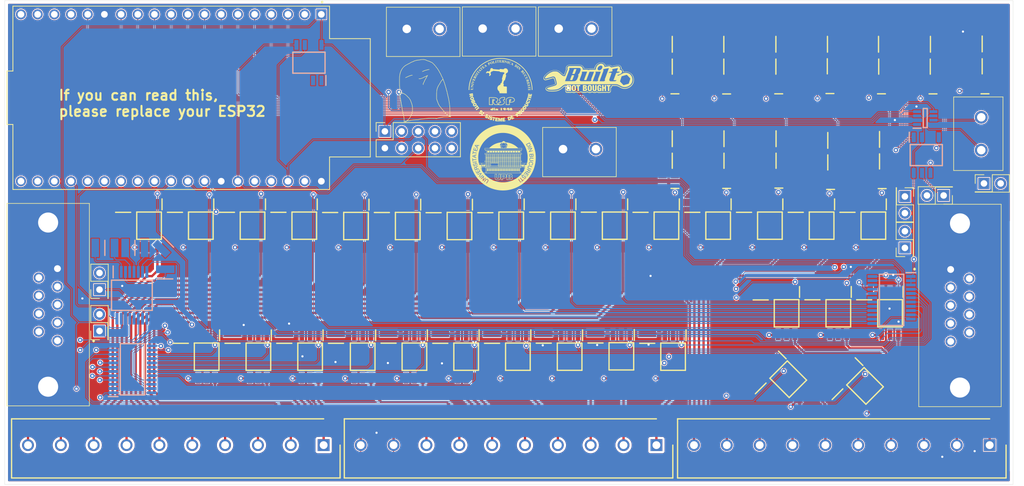
<source format=kicad_pcb>
(kicad_pcb (version 20221018) (generator pcbnew)
  (layers (0 "F.Cu" signal "Front") (1 "In1.Cu" signal) (2 "In2.Cu" signal) (31 "B.Cu" signal "Back") (34 "B.Paste" user) (35 "F.Paste" user) (36 "B.SilkS" user "B.Silkscreen") (37 "F.SilkS" user "F.Silkscreen") (38 "B.Mask" user) (39 "F.Mask" user) (44 "Edge.Cuts" user))
  (net 0 "")
  (net 1 "Net-(IC31-C1-)")
  (net 2 "Net-(IC31-C1+)")
  (net 3 "Net-(IC31-C2-)")
  (net 4 "Net-(IC31-C2+)")
  (net 5 "GND")
  (net 6 "Net-(IC31-V+)")
  (net 7 "Net-(IC31-V-)")
  (net 8 "/O Block 1/O_ACT_6")
  (net 10 "Net-(IC1-CATHODE)")
  (net 11 "+24V")
  (net 13 "GPIO_6")
  (net 14 "/O Block 1/O_ACT_5")
  (net 16 "Net-(IC2-CATHODE)")
  (net 18 "GPIO_5")
  (net 19 "/O Block 1/O_ACT_4")
  (net 21 "Net-(IC3-CATHODE)")
  (net 23 "GPIO_4")
  (net 24 "/O Block 1/O_ACT_3")
  (net 26 "Net-(IC4-CATHODE)")
  (net 28 "GPIO_3")
  (net 29 "/O Block 1/O_ACT_2")
  (net 31 "Net-(IC5-CATHODE)")
  (net 33 "GPIO_2")
  (net 34 "/O Block 1/O_ACT_1")
  (net 36 "Net-(IC6-CATHODE)")
  (net 38 "GPIO_1")
  (net 39 "Net-(IC7-IN-)")
  (net 40 "Net-(IC8-IN-)")
  (net 41 "Net-(IC9-IN-)")
  (net 42 "Net-(IC10-IN-)")
  (net 43 "Net-(IC11-IN-)")
  (net 44 "Net-(IC12-IN-)")
  (net 45 "/O Block 2/O_ACT_6")
  (net 47 "Net-(IC13-CATHODE)")
  (net 49 "GPIO_12")
  (net 50 "/O Block 2/O_ACT_5")
  (net 52 "Net-(IC14-CATHODE)")
  (net 54 "GPIO_11")
  (net 55 "/O Block 2/O_ACT_4")
  (net 57 "Net-(IC15-CATHODE)")
  (net 59 "GPIO_10")
  (net 60 "/O Block 2/O_ACT_3")
  (net 62 "Net-(IC16-CATHODE)")
  (net 64 "GPIO_9")
  (net 65 "/O Block 2/O_ACT_2")
  (net 67 "Net-(IC17-CATHODE)")
  (net 69 "GPIO_8")
  (net 70 "/O Block 2/O_ACT_1")
  (net 72 "Net-(IC18-CATHODE)")
  (net 74 "GPIO_7")
  (net 75 "Net-(IC19-IN-)")
  (net 76 "Net-(IC20-IN-)")
  (net 77 "Net-(IC21-IN-)")
  (net 78 "Net-(IC22-IN-)")
  (net 79 "Net-(IC23-IN-)")
  (net 80 "Net-(IC24-IN-)")
  (net 81 "/O Block 3/O_ACT_6")
  (net 83 "Net-(IC25-CATHODE)")
  (net 85 "OUT_18")
  (net 86 "/O Block 3/O_ACT_5")
  (net 88 "Net-(IC26-CATHODE)")
  (net 90 "OUT_17")
  (net 91 "/O Block 3/O_ACT_4")
  (net 93 "Net-(IC27-CATHODE)")
  (net 95 "OUT_16")
  (net 96 "/O Block 3/O_ACT_3")
  (net 98 "Net-(IC28-CATHODE)")
  (net 100 "OUT_15")
  (net 101 "/O Block 3/O_ACT_2")
  (net 103 "Net-(IC29-CATHODE)")
  (net 105 "OUT_14")
  (net 106 "/O Block 3/O_ACT_1")
  (net 108 "Net-(IC30-CATHODE)")
  (net 110 "OUT_13")
  (net 111 "Net-(IC31-RIN)")
  (net 112 "RX0")
  (net 113 "RS232_STATUS")
  (net 114 "TX0")
  (net 115 "FORCEOFF")
  (net 116 "Net-(IC31-DOUT)")
  (net 117 "+3.3V")
  (net 118 "FORCEON")
  (net 119 "/O Block 4/O_ACT_6")
  (net 121 "Net-(IC32-CATHODE)")
  (net 123 "OUT_24")
  (net 124 "/O Block 4/O_ACT_5")
  (net 126 "Net-(IC33-CATHODE)")
  (net 128 "OUT_23")
  (net 129 "/O Block 4/O_ACT_4")
  (net 131 "Net-(IC34-CATHODE)")
  (net 133 "OUT_22")
  (net 134 "/O Block 4/O_ACT_3")
  (net 136 "Net-(IC35-CATHODE)")
  (net 138 "OUT_21")
  (net 139 "/O Block 4/O_ACT_2")
  (net 141 "Net-(IC36-CATHODE)")
  (net 143 "OUT_20")
  (net 144 "/O Block 4/O_ACT_1")
  (net 146 "Net-(IC37-CATHODE)")
  (net 148 "OUT_19")
  (net 149 "/O Block 5/O_ACT_6")
  (net 151 "Net-(IC38-CATHODE)")
  (net 153 "OUT_30")
  (net 154 "/O Block 5/O_ACT_5")
  (net 156 "Net-(IC39-CATHODE)")
  (net 158 "OUT_29")
  (net 159 "/O Block 5/O_ACT_4")
  (net 161 "Net-(IC40-CATHODE)")
  (net 163 "OUT_28")
  (net 164 "/O Block 5/O_ACT_3")
  (net 166 "Net-(IC41-CATHODE)")
  (net 168 "OUT_27")
  (net 169 "/O Block 5/O_ACT_2")
  (net 171 "Net-(IC42-CATHODE)")
  (net 173 "OUT_26")
  (net 174 "/O Block 5/O_ACT_1")
  (net 176 "Net-(IC43-CATHODE)")
  (net 178 "OUT_25")
  (net 179 "ADR_1")
  (net 180 "SCL")
  (net 181 "SDA")
  (net 182 "CAN_RX")
  (net 183 "CAN_TX")
  (net 184 "CAN_FAULT")
  (net 185 "Net-(IC45-CANL)")
  (net 186 "Net-(IC45-CANH)")
  (net 187 "/Remote IO Block 2/IO_BLOCK_1_6")
  (net 188 "/Remote IO Block 2/IO_BLOCK_1_7")
  (net 189 "ADR_2")
  (net 190 "RX1")
  (net 191 "TX1")
  (net 192 "Net-(IC47-A)")
  (net 193 "Net-(IC47-B)")
  (net 195 "Net-(J9-Pin_2)")
  (net 196 "Net-(J10-Pin_2)")
  (net 209 "Net-(J14-Pin_2)")
  (net 212 "Net-(J16-Pin_1)")
  (net 213 "Net-(J17-Pin_1)")
  (net 214 "Net-(J15-Pin_2)")
  (net 216 "+5V")
  (net 217 "MCU_IN_11")
  (net 218 "MCU_IN_12")
  (net 219 "MCU_IN_7")
  (net 220 "MCU_IN_8")
  (net 221 "MCU_IN_9")
  (net 222 "MCU_IN_10")
  (net 223 "MCU_IN_5")
  (net 224 "MCU_IN_6")
  (net 225 "MCU_IN_1")
  (net 226 "MCU_IN_2")
  (net 227 "MCU_IN_3")
  (net 228 "MCU_IN_4")
  (footprint "LIB_TLP172AM_TPR,E:SOIC127P700X230-6N" (layer "F.Cu") (at 132.969 91.111 -90)
    (fp_text reference "IC42" hide)
    (fp_text value "TLP172AM_TPR,E" hide)
  )
  (footprint "Connector_PinHeader_2.54mm:PinHeader_2x01_P2.54mm_Vertical" (layer "F.Cu") (at 208.6356 94.4422 90)
    (fp_text reference "J17" hide)
    (fp_text value "Conn_02x01" hide)
  )
  (footprint "CRCW1210267RFKEA:RESC3225X60N" (layer "F.Cu") (at 113.284 89.027 -90)
    (fp_text reference "R43" hide)
    (fp_text value "CRCW1210267RFKEA" hide)
  )
  (footprint "CRCW1210267RFKEA:RESC3225X60N" (layer "F.Cu") (at 186.69 115.824 -45)
    (fp_text reference "R1" hide)
    (fp_text value "CRCW1210267RFKEA" hide)
  )
  (footprint "RK73B2ETTD152J:RESC3226X70N" (layer "F.Cu") (at 204.6224 63.4492 180)
    (fp_text reference "R9" hide)
    (fp_text value "RK73B2ETTD152J" hide)
  )
  (footprint "TLV9351IDCKR:SOT65P210X110-5N" (layer "F.Cu") (at 172.6844 84.2876 180)
    (fp_text reference "IC8" hide)
    (fp_text value "TLV9351IDCKR" hide)
  )
  (footprint "CRCW1210267RFKEA:RESC3225X60N" (layer "F.Cu") (at 198.374 116.713 -45)
    (fp_text reference "R24" hide)
    (fp_text value "CRCW1210267RFKEA" hide)
  )
  (footprint "TLV9351IDCKR:SOT65P210X110-5N" (layer "F.Cu") (at 211.9652 69.8992 180)
    (fp_text reference "IC21" hide)
    (fp_text value "TLV9351IDCKR" hide)
  )
  (footprint "CRCW1210267RFKEA:RESC3225X60N" (layer "F.Cu") (at 202.438 102.338 -90)
    (fp_text reference "R21" hide)
    (fp_text value "CRCW1210267RFKEA" hide)
  )
  (footprint "CRCW1210267RFKEA:RESC3225X60N" (layer "F.Cu") (at 136.906 89.079 -90)
    (fp_text reference "R52" hide)
    (fp_text value "CRCW1210267RFKEA" hide)
  )
  (footprint "CRCW1210267RFKEA:RESC3225X60N" (layer "F.Cu") (at 144.78 89.079 -90)
    (fp_text reference "R51" hide)
    (fp_text value "CRCW1210267RFKEA" hide)
  )
  (footprint "CRCW1210267RFKEA:RESC3225X60N" (layer "F.Cu") (at 122.047 108.966 -90)
    (fp_text reference "R41" hide)
    (fp_text value "CRCW1210267RFKEA" hide)
  )
  (footprint "Connector_PinHeader_2.54mm:PinHeader_2x01_P2.54mm_Vertical" (layer "F.Cu") (at 214.5334 86.4616 180)
    (fp_text reference "J14" hide)
    (fp_text value "Conn_02x01" hide)
  )
  (footprint "RK73B2ETTD152J:RESC3226X70N" (layer "F.Cu") (at 189.002 63.4492 180)
    (fp_text reference "R25" hide)
    (fp_text value "RK73B2ETTD152J" hide)
  )
  (footprint "RMCF1210FT10K0:RESC3225X70N" (layer "F.Cu") (at 181.0772 66.8528)
    (fp_text reference "R36" hide)
    (fp_text value "RMCF1210FT10K0" hide)
  )
  (footprint "TC0203620000G:TC0203620000G" (layer "F.Cu") (at 137.8204 61.1124 180)
    (fp_text reference "J7" hide)
    (fp_text value "TC0203620000G" hide)
  )
  (footprint "CRCW1210267RFKEA:RESC3225X60N" (layer "F.Cu") (at 199.898 89.027 -90)
    (fp_text reference "R2" hide)
    (fp_text value "CRCW1210267RFKEA" hide)
  )
  (footprint "CRCW1210267RFKEA:RESC3225X60N" (layer "F.Cu") (at 89.652 89.027 -90)
    (fp_text reference "R46" hide)
    (fp_text value "CRCW1210267RFKEA" hide)
  )
  (footprint "CRCW1210267RFKEA:RESC3225X60N" (layer "F.Cu") (at 186.69 102.362 -90)
    (fp_text reference "R23" hide)
    (fp_text value "CRCW1210267RFKEA" hide)
  )
  (footprint "RMCF1210FT10K0:RESC3225X70N" (layer "F.Cu") (at 196.9008 81.4324)
    (fp_text reference "R17" hide)
    (fp_text value "RMCF1210FT10K0" hide)
  )
  (footprint "LIB_TLP172AM_TPR,E:SOIC127P700X230-6N" (layer "F.Cu") (at 202.565 115.443 -45)
    (fp_text reference "IC18" hide)
    (fp_text value "TLP172AM_TPR,E" hide)
  )
  (footprint "Connector_PinSocket_2.54mm:PinSocket_2x05_P2.54mm_Vertical" (layer "F.Cu") (at 129.4892 76.708 90)
    (fp_text reference "J11" hide)
    (fp_text value "Conn_02x05_Odd_Even" hide)
  )
  (footprint "TC0203620000G:TC0203620000G" (layer "F.Cu") (at 149.3736 61.0616 180)
    (fp_text reference "J6" hide)
    (fp_text value "TC0203620000G" hide)
  )
  (footprint "LIB_TLP172AM_TPR,E:SOIC127P700X230-6N" (layer "F.Cu") (at 164.465 91.059 -90)
    (fp_text reference "IC38" hide)
    (fp_text value "TLP172AM_TPR,E" hide)
  )
  (footprint "CRCW1210267RFKEA:RESC3225X60N" (layer "F.Cu") (at 130.048 108.942 -90)
    (fp_text reference "R40" hide)
    (fp_text value "CRCW1210267RFKEA" hide)
  )
  (footprint "LIB_TLP172AM_TPR,E:SOIC127P700X230-6N" (layer "F.Cu") (at 165.481 110.946 -90)
    (fp_text reference "IC37" hide)
    (fp_text value "TLP172AM_TPR,E" hide)
  )
  (footprint "TLV9351IDCKR:SOT65P210X110-5N" (layer "F.Cu") (at 219.8748 69.8888 180)
    (fp_text reference "IC22" hide)
    (fp_text value "TLV9351IDCKR" hide)
  )
  (footprint "LIB_TLP172AM_TPR,E:SOIC127P700X230-6N" (layer "F.Cu") (at 195.961 91.059 -90)
    (fp_text reference "IC3" hide)
    (fp_text value "TLP172AM_TPR,E" hide)
  )
  (footprint "TC0203620000G:TC0203620000G" (layer "F.Cu") (at 161.6056 79.4076 180)
    (fp_text reference "J5" hide)
    (fp_text value "TC0203620000G" hide)
  )
  (footprint "LIB_TLP172AM_TPR,E:SOIC127P700X230-6N" (layer "F.Cu") (at 173.355 110.998 -90)
    (fp_text reference "IC36" hide)
    (fp_text value "TLP172AM_TPR,E" hide)
  )
  (footprint "LIB_TLP172AM_TPR,E:SOIC127P700X230-6N" (layer "F.Cu") (at 180.213 91.059 -90)
    (fp_text reference "IC5" hide)
    (fp_text value "TLP172AM_TPR,E" hide)
  )
  (footprint "750678-1:7506781" (layer "F.Cu") (at 79.6544 108.5564 -90)
    (fp_text reference "J8" hide)
    (fp_text value "750678-1" hide)
  )
  (footprint "RK73B2ETTD152J:RESC3226X70N" (layer "F.Cu") (at 189.0268 77.8256 180)
    (fp_text reference "R12" hide)
    (fp_text value "RK73B2ETTD152J" hide)
  )
  (footprint "CRCW1210267RFKEA:RESC3225X60N" (layer "F.Cu") (at 152.654 89.003 -90)
    (fp_text reference "R50" hide)
    (fp_text value "CRCW1210267RFKEA" hide)
  )
  (footprint "LOGO" (layer "F.Cu") (at 147.0996 70.386)
    (fp_text reference "G***" hide)
    (fp_text value "LOGO" hide)
  )
  (footprint "CRCW1210267RFKEA:RESC3225X60N" (layer "F.Cu") (at 184.15 89.027 -90)
    (fp_text reference "R4" hide)
    (fp_text value "CRCW1210267RFKEA" hide)
  )
  (footprint "RK73B2ETTD152J:RESC3226X70N" (layer "F.Cu") (at 196.9008 78.0796 180)
    (fp_text reference "R11" hide)
    (fp_text value "RK73B2ETTD152J" hide)
  )
  (footprint "LIB_TLP172AM_TPR,E:SOIC127P700X230-6N" (layer "F.Cu") (at 206.375 104.394 -90)
    (fp_text reference "IC15" hide)
    (fp_text value "TLP172AM_TPR,E" hide)
  )
  (footprint "LIB_TLP172AM_TPR,E:SOIC127P700X230-6N" (layer "F.Cu") (at 101.473 91.059 -90)
    (fp_text reference "IC34" hide)
    (fp_text value "TLP172AM_TPR,E" hide)
  )
  (footprint "CRCW1210267RFKEA:RESC3225X60N" (layer "F.Cu") (at 121.158 89.055 -90)
    (fp_text reference "R54" hide)
    (fp_text value "CRCW1210267RFKEA" hide)
  )
  (footprint "RK73B2ETTD152J:RESC3226X70N" (layer "F.Cu") (at 173.228 77.8256 180)
    (fp_text reference "R8" hide)
    (fp_text value "RK73B2ETTD152J" hide)
  )
  (footprint "RMCF1210FT10K0:RESC3225X70N" (layer "F.Cu") (at 189.0268 81.1784)
    (fp_text reference "R18" hide)
    (fp_text value "RMCF1210FT10K0" hide)
  )
  (footprint "RMCF1210FT10K0:RESC3225X70N" (layer "F.Cu") (at 173.228 81.1784)
    (fp_text reference "R14" hide)
    (fp_text value "RMCF1210FT10K0" hide)
  )
  (footprint "LIB_TLP172AM_TPR,E:SOIC127P700X230-6N" (layer "F.Cu") (at 140.843 91.111 -90)
    (fp_text reference "IC41" hide)
    (fp_text value "TLP172AM_TPR,E" hide)
  )
  (footprint "LIB_TB001-500-10BE:SHDR10W100P0X500_1X10_5000X900X1250P" (layer "F.Cu") (at 170.815 124.46 180)
    (fp_text reference "J2" hide)
    (fp_text value "TB001-500-10BE" hide)
  )
  (footprint "TLV9351IDCKR:SOT65P210X110-5N" (layer "F.Cu") (at 180.5584 84.2876 180)
    (fp_text reference "IC7" hide)
    (fp_text value "TLV9351IDCKR" hide)
  )
  (footprint "Connector_PinHeader_2.54mm:PinHeader_2x01_P2.54mm_Vertical" (layer "F.Cu") (at 220.6702 84.6328)
    (fp_text reference "J16" hide)
    (fp_text value "Conn_02x01" hide)
  )
  (footprint "LIB_TLP172AM_TPR,E:SOIC127P700X230-6N" (layer "F.Cu") (at 102.362 110.998 -90)
    (fp_text reference "IC14" hide)
    (fp_text value "TLP172AM_TPR,E" hide)
  )
  (footprint "CRCW1210267RFKEA:RESC3225X60N" (layer "F.Cu") (at 153.67 108.942 -90)
    (fp_text reference "R37" hide)
    (fp_text value "CRCW1210267RFKEA" hide)
  )
  (footprint "CRCW1210267RFKEA:RESC3225X60N" (layer "F.Cu") (at 98.425 108.966 -90)
    (fp_text reference "R20" hide)
    (fp_text value "CRCW1210267RFKEA" hide)
  )
  (footprint "CRCW1210267RFKEA:RESC3225X60N" (layer "F.Cu") (at 97.536 89.027 -90)
    (fp_text reference "R45" hide)
    (fp_text value "CRCW1210267RFKEA" hide)
  )
  (footprint "RMCF1210FT10K0:RESC3225X70N" (layer "F.Cu") (at 196.8268 66.802)
    (fp_text reference "R32" hide)
    (fp_text value "RMCF1210FT10K0" hide)
  )
  (footprint "Connector_PinHeader_2.54mm:PinHeader_2x01_P2.54mm_Vertical" (layer "F.Cu") (at 208.6356 86.614 -90)
    (fp_text reference "J15" hide)
    (fp_text value "Conn_02x01" hide)
  )
  (footprint "LIB_TLP172AM_TPR,E:SOIC127P700X230-6N" (layer "F.Cu") (at 118.11 110.998 -90)
    (fp_text reference "IC30" hide)
    (fp_text value "TLP172AM_TPR,E" hide)
  )
  (footprint "LIB_TLP172AM_TPR,E:SOIC127P700X230-6N" (layer "F.Cu") (at 149.733 110.998 -90)
    (fp_text reference "IC26" hide)
    (fp_text value "TLP172AM_TPR,E" hide)
  )
  (footprint "LIB_TLP172AM_TPR,E:SOIC127P700X230-6N" (layer "F.Cu") (at 93.599 91.059 -90)
    (fp_text reference "IC35" hide)
    (fp_text value "TLP172AM_TPR,E" hide)
  )
  (footprint "RMCF1210FT10K0:RESC3225X70N" (layer "F.Cu") (at 189.002 66.8528)
    (fp_text reference "R31" hide)
    (fp_text value "RMCF1210FT10K0" hide)
  )
  (footprint "LIB_TLP172AM_TPR,E:SOIC127P700X230-6N" (layer "F.Cu") (at 190.881 114.427 -45)
    (fp_text reference "IC1" hide)
    (fp_text value "TLP172AM_TPR,E" hide)
  )
  (footprint "LOGO" (layer "F.Cu") (at 135.4664 70.4876)
    (fp_text reference "G***" hide)
    (fp_text value "LOGO" hide)
  )
  (footprint "RMCF1210FT10K0:RESC3225X70N" (layer "F.Cu") (at 181.102 81.1784)
    (fp_text reference "R13" hide)
    (fp_text value "RMCF1210FT10K0" hide)
  )
  (footprint "TLV9351IDCKR:SOT65P210X110-5N" (layer "F.Cu") (at 196.3776 84.44 180)
    (fp_text reference "IC11" hide)
    (fp_text value "TLV9351IDCKR" hide)
  )
  (footprint "CRCW1210267RFKEA:RESC3225X60N" (layer "F.Cu") (at 194.564 102.338 -90)
    (fp_text reference "R22" hide)
    (fp_text value "CRCW1210267RFKEA" hide)
  )
  (footprint "TC0203620000G:TC0203620000G" (layer "F.Cu") (at 160.9452 61.0688 180)
    (fp_text reference "J4" hide)
    (fp_text value "TC0203620000G" hide)
  )
  (footprint "CRCW1210267RFKEA:RESC3225X60N" (layer "F.Cu") (at 114.173 108.966 -90)
    (fp_text reference "R42" hide)
    (fp_text value "CRCW1210267RFKEA" hide)
  )
  (footprint "CRCW1210267RFKEA:RESC3225X60N" (layer "F.Cu") (at 129.032 89.055 -90)
    (fp_text reference "R53" hide)
    (fp_text value "CRCW1210267RFKEA" hide)
  )
  (footprint "RMCF1210FT10K0:RESC3225X70N" (layer "F.Cu") (at 173.228 66.8528)
    (fp_text reference "R35" hide)
    (fp_text value "RMCF1210FT10K0" hide)
  )
  (footprint "TLV9351IDCKR:SOT65P210X110-5N" (layer "F.Cu") (at 196.276 69.85 180)
    (fp_text reference "IC20" hide)
    (fp_text value "TLV9351IDCKR" hide)
  )
  (footprint "LIB_TLP172AM_TPR,E:SOIC127P700X230-6N" (layer "F.Cu") (at 203.835 91.059 -90)
    (fp_text reference "IC2" hide)
    (fp_text value "TLP172AM_TPR,E" hide)
  )
  (footprint "LIB_TB001-500-10BE:SHDR10W100P0X500_1X10_5000X900X1250P" (layer "F.Cu") (at 120.17 124.46 180)
    (fp_text reference "J3" hide)
    (fp_text value "TB001-500-10BE" hide)
  )
  (footprint "RK73B2ETTD152J:RESC3226X70N" (layer "F.Cu") (at 196.85 63.4492 180)
    (fp_text reference "R26" hide)
    (fp_text value "RK73B2ETTD152J" hide)
  )
  (footprint "LIB_TLP172AM_TPR,E:SOIC127P700X230-6N" (layer "F.Cu") (at 110.236 110.998 -90)
    (fp_text reference "IC13" hide)
    (fp_text value "TLP172AM_TPR,E" hide)
  )
  (footprint "TLV9351IDCKR:SOT65P210X110-5N" (layer "F.Cu") (at 180.554 69.9112 180)
    (fp_text reference "IC24" hide)
    (fp_text value "TLV9351IDCKR" hide)
  )
  (footprint "LIB_TLP172AM_TPR,E:SOIC127P700X230-6N" (layer "F.Cu") (at 141.859 110.998 -90)
    (fp_text reference "IC27" hide)
    (fp_text value "TLP172AM_TPR,E" hide)
  )
  (footprint "LIB_TLP172AM_TPR,E:SOIC127P700X230-6N" (layer "F.Cu") (at 156.591 91.059 -90)
    (fp_text reference "IC39" hide)
    (fp_text value "TLP172AM_TPR,E" hide)
  )
  (footprint "750678-1:7506781" (layer "F.Cu") (at 215.6 97.725 90)
    (fp_text reference "J13" hide)
    (fp_text value "750678-1" hide)
  )
  (footprint "RK73B2ETTD152J:RESC3226X70N" (layer "F.Cu") (at 173.228 63.4492 180)
    (fp_text reference "R29" hide)
    (fp_text value "RK73B2ETTD152J" hide)
  )
  (footprint "LOGO" (layer "F.Cu") (at 160.5108 68.5064)
    (fp_text reference "G***" hide)
    (fp_text value "LOGO" hide)
  )
  (footprint "LIB_TLP172AM_TPR,E:SOIC127P700X230-6N" (layer "F.Cu") (at 148.717 91.059 -90)
    (fp_text reference "IC40" hide)
    (fp_text value "TLP172AM_TPR,E" hide)
  )
  (footprint "RMCF1210FT10K0:RESC3225X70N" (layer "F.Cu") (at 204.65 66.8528)
    (fp_text reference "R15" hide)
    (fp_text value "RMCF1210FT10K0" hide)
  )
  (footprint "SnapEDA Library:MODULE_ESP32-DEVKITC" (layer "F.Cu") (at 96.9688 71.5957 -90)
    (fp_text reference "U1" hide)
    (fp_text value "ESP32-DEVKITC" hide)
  )
  (footprint "TLV9351IDCKR:SOT65P210X110-5N" (layer "F.Cu") (at 172.6844 69.8904 180)
    (fp_text reference "IC23" hide)
    (fp_text value "TLV9351IDCKR" hide)
  )
  (footprint "CRCW1210267RFKEA:RESC3225X60N" (layer "F.Cu") (at 169.418 108.966 -90)
    (fp_text reference "R47" hide)
    (fp_text value "CRCW1210267RFKEA" hide)
  )
  (footprint "CRCW1210267RFKEA:RESC3225X60N" (layer "F.Cu") (at 168.402 89.027 -90)
    (fp_text reference "R6" hide)
    (fp_text value "CRCW1210267RFKEA" hide)
  )
  (footprint "RK73B2ETTD152J:RESC3226X70N" (layer "F.Cu") (at 181.0772 63.4492 180)
    (fp_text reference "R30" hide)
    (fp_text value "RK73B2ETTD152J" hide)
  )
  (footprint "Connector_PinHeader_2.54mm:PinHeader_2x01_P2.54mm_Vertical" (layer "F.Cu") (at 86.0552 107.0864 90)
    (fp_text reference "J9" hide)
    (fp_text value "Conn_02x01" hide)
  )
  (footprint "CRCW1210267RFKEA:RESC3225X60N" (layer "F.Cu") (at 176.276 89.027 -90)
    (fp_text reference "R5" hide)
    (fp_text value "CRCW1210267RFKEA" hide)
  )
  (footprint "CRCW1210267RFKEA:RESC3225X60N" (layer "F.Cu") (at 192.024 89.027 -90)
    (fp_text reference "R3" hide)
    (fp_text value "CRCW1210267RFKEA" hide)
  )
  (footprint "TLV9351IDCKR:SOT65P210X110-5N" (layer "F.Cu") (at 188.4788 69.8904 180)
    (fp_text reference "IC19" hide)
    (fp_text value "TLV9351IDCKR" hide)
  )
  (footprint "RK73B2ETTD152J:RESC3226X70N" (layer "F.Cu") (at 204.7748 77.9272 180)
    (fp_text reference "R10" hide)
    (fp_text value "RK73B2ETTD152J" hide)
  )
  (footprint "LIB_TLP172AM_TPR,E:SOIC127P700X230-6N" (layer "F.Cu") (at 157.607 110.998 -90)
    (fp_text reference "IC25" hide)
    (fp_text value "TLP172AM_TPR,E" hide)
  )
  (footprint "Connector_PinHeader_2.54mm:PinHeader_2x01_P2.54mm_Vertical" (layer "F.Cu") (at 86.0552 100.7922 90)
    (fp_text reference "J10" hide)
    (fp_text value "Conn_02x01" hide)
  )
  (footprint "RMCF1210FT10K0:RESC3225X70N" (layer "F.Cu") (at 220.398 66.8004)
    (fp_text reference "R34" hide)
    (fp_text value "RMCF1210FT10K0" hide)
  )
  (footprint "CRCW1210267RFKEA:RESC3225X60N" (layer "F.Cu") (at 105.449 89.027 -90)
    (fp_text reference "R44" hide)
    (fp_text value "CRCW1210267RFKEA" hide)
  )
  (footprint "LIB_TLP172AM_TPR,E:SOIC127P700X230-6N" (layer "F.Cu") (at 109.347 91.059 -90)
    (fp_text reference "IC33" hide)
    (fp_text value "TLP172AM_TPR,E" hide)
  )
  (footprint "LIB_TB001-500-10BE:SHDR10W100P0X500_1X10_5000X900X1250P" (layer "F.Cu") (at 221.535 124.46 180)
    (fp_text reference "J1" hide)
    (fp_text value "TB001-500-10BE" hide)
  )
  (footprint "LIB_TLP172AM_TPR,E:SOIC127P700X230-6N" (layer "F.Cu") (at 133.985 110.998 -90)
    (fp_text reference "IC28" hide)
    (fp_text value "TLP172AM_TPR,E" hide)
  )
  (footprint "TLV9351IDCKR:SOT65P210X110-5N" (layer "F.Cu") (at 204.2312 84.3176 180)
    (fp_text reference "IC10" hide)
    (fp_text value "TLV9351IDCKR" hide)
  )
  (footprint "TC0203620000G:TC0203620000G" (layer "F.Cu") (at 220.2616 79.5636 90)
    (fp_text reference "J12" hide)
    (fp_text value "TC0203620000G" hide)
  )
  (footprint "RMCF1210FT10K0:RESC3225X70N" (layer "F.Cu") (at 204.7748 81.28)
    (fp_text reference "R16" hide)
    (fp_text value "RMCF1210FT10K0" hide)
  )
  (footprint "LIB_TLP172AM_TPR,E:SOIC127P700X230-6N" (layer "F.Cu") (at 190.627 104.394 -90)
    (fp_text reference "IC17" hide)
    (fp_text value "TLP172AM_TPR,E" hide)
  )
  (footprint "CRCW1210267RFKEA:RESC3225X60N" (layer "F.Cu") (at 106.299 108.966 -90)
    (fp_text reference "R19" hide)
    (fp_text value "CRCW1210267RFKEA" hide)
  )
  (footprint "LIB_TLP172AM_TPR,E:SOIC127P700X230-6N" (layer "F.Cu") (at 117.221 91.059 -90)
    (fp_text reference "IC32" hide)
    (fp_text value "TLP172AM_TPR,E" hide)
  )
  (footprint "RK73B2ETTD152J:RESC3226X70N" (layer "F.Cu") (at 181.102 77.8256 180)
    (fp_text reference "R7" hide)
    (fp_text value "RK73B2ETTD152J" hide)
  )
  (footprint "LIB_TLP172AM_TPR,E:SOIC127P700X230-6N" (layer "F.Cu") (at 126.111 110.998 -90)
    (fp_text reference "IC29" hide)
    (fp_text value "TLP172AM_TPR,E" hide)
  )
  (footprint "TLV9351IDCKR:SOT65P210X110-5N" (layer "F.Cu") (at 188.5036 84.2368 180)
    (fp_text reference "IC12" hide)
    (fp_text value "TLV9351IDCKR" hide)
  )
  (footprint "LIB_TLP172AM_TPR,E:SOIC127P700X230-6N" (layer "F.Cu") (at 172.339 91.059 -90)
    (fp_text reference "IC6" hide)
    (fp_text value "TLP172AM_TPR,E" hide)
  )
  (footprint "RK73B2ETTD152J:RESC3226X70N" (layer "F.Cu") (at 212.524 63.4476 180)
    (fp_text reference "R27" hide)
    (fp_text value "RK73B2ETTD152J" hide)
  )
  (footprint "LIB_TLP172AM_TPR,E:SOIC127P700X230-6N" (layer "F.Cu") (at 198.501 104.394 -90)
    (fp_text reference "IC16" hide)
    (fp_text value "TLP172AM_TPR,E" hide)
  )
  (footprint "CRCW1210267RFKEA:RESC3225X60N" (layer "F.Cu") (at 137.922 108.966 -90)
    (fp_text reference "R39" hide)
    (fp_text value "CRCW1210267RFKEA" hide)
  )
  (footprint "CRCW1210267RFKEA:RESC3225X60N" (layer "F.Cu") (at 160.528 89.003 -90)
    (fp_text reference "R49" hide)
    (fp_text value "CRCW1210267RFKEA" hide)
  )
  (footprint "RMCF1210FT10K0:RESC3225X70N" (layer "F.Cu") (at 212.5008 66.8512)
    (fp_text reference "R33" hide)
    (fp_text value "RMCF1210FT10K0" hide)
  )
  (footprint "LIB_TLP172AM_TPR,E:SOIC127P700X230-6N" (layer "F.Cu") (at 125.095 91.111 -90)
    (fp_text reference "IC43" hide)
    (fp_text value "TLP172AM_TPR,E" hide)
  )
  (footprint "CRCW1210267RFKEA:RESC3225X60N" (layer "F.Cu") (at 145.796 108.966 -90)
    (fp_text reference "R38" hide)
    (fp_text value "CRCW1210267RFKEA" hide)
  )
  (footprint "LIB_TLP172AM_TPR,E:SOIC127P700X230-6N" (layer "F.Cu") (at 188.087 91.059 -90)
    (fp_text reference "IC4" hide)
    (fp_text value "TLP172AM_TPR,E" hide)
  )
  (footprint "CRCW1210267RFKEA:RESC3225X60N" (layer "F.Cu") (at 161.544 108.914 -90)
    (fp_text reference "R48" hide)
    (fp_text value "CRCW1210267RFKEA" hide)
  )
  (footprint "LOGO" (layer "F.Cu") (at 147.4552 80.6984)
    (fp_text reference "G***" hide)
    (fp_text value "LOGO" hide)
  )
  (footprint "TLV9351IDCKR:SOT65P210X110-5N" (layer "F.Cu") (at 204.1188 69.8904 180)
    (fp_text reference "IC9" hide)
    (fp_text value "TLV9351IDCKR" hide)
  )
  (footprint "RK73B2ETTD152J:RESC3226X70N" (layer "F.Cu") (at 220.398 63.3968 180)
    (fp_text reference "R28" hide)
    (fp_text value "RK73B2ETTD152J" hide)
  )
  (footprint "MAX3221IDBRE4:SOP65P780X200-16N" (layer "B.Cu") (at 90.9828 101.6508 -90)
    (fp_text reference "IC31" hide)
    (fp_text value "MAX3221IDBRE4" hide)
  )
  (footprint "12103C104KAT2A:CAPC3325X94N" (layer "B.Cu") (at 91.44 94.4372 180)
    (fp_text reference "C2" hide)
    (fp_text value "12103C104KAT2A" hide)
  )
  (footprint "12103C104KAT2A:CAPC3325X94N" (layer "B.Cu") (at 96.0628 99.1616 90)
    (fp_text reference "C3" hide)
    (fp_text value "12103C104KAT2A" hide)
  )
  (footprint "TCAN337DCNR:SOT65P280X145-8N" (layer "B.Cu") (at 211.7344 74.676)
    (fp_text reference "IC45" hide)
    (fp_text value "TCAN337DCNR" hide)
  )
  (footprint "SN65HVD75DR:SOIC127P600X175-8N" (layer "B.Cu") (at 211.8868 80.3148 -90)
    (fp_text reference "IC47" hide)
    (fp_text value "SN65HVD75DR" hide)
  )
  (footprint "12103C104KAT2A:CAPC3325X94N" (layer "B.Cu") (at 96.52 93.5228 45)
    (fp_text reference "C4" hide)
    (fp_text value "12103C104KAT2A" hide)
  )
  (footprint "PCA9555PW,118:SOP65P640X110-24N" (layer "B.Cu") (at 206.612 102.358 180)
    (fp_text reference "IC46" hide)
    (fp_text value "PCA9555PW,118" hide)
  )
  (footprint "PCA9555PW,118:SOP65P640X110-24N" (layer "B.Cu") (at 91.076 112.922)
    (fp_text reference "IC44" hide)
    (fp_text value "PCA9555PW,118" hide)
  )
  (footprint "AT24CM02-SSHM-B:SOIC127P600X175-8N" (layer "B.Cu") (at 117.9322 66.2508 90)
    (fp_text reference "U2" hide)
    (fp_text value "AT24CM02-SSHM-B" hide)
  )
  (footprint "12103C104KAT2A:CAPC3325X94N" (layer "B.Cu") (at 86.868 94.4372 180)
    (fp_text reference "C1" hide)
    (fp_text value "12103C104KAT2A" hide)
  )
  (gr_rect (start 71.628 56.7944) (end 225.0948 130.4544) (stroke (width 0.0381)) (fill none) (layer "Edge.Cuts"))
  (gr_text "If you can read this,\nplease replace your ESP32" (at 79.688 74.5516) (layer "F.SilkS") (effects (font (size 1.524 1.524) (thickness 0.3048) bold) (justify left bottom)))
  (segment (start 90.6578 97.0078) (end 90.6578 98.1008) (width 0.127) (layer "B.Cu") (net 1))
  (segment (start 88.5952 96.266) (end 89.916 96.266) (width 0.127) (layer "B.Cu") (net 1))
  (segment (start 88.338 96.0088) (end 88.5952 96.266) (width 0.127) (layer "B.Cu") (net 1))
  (segment (start 88.338 94.4372) (end 88.338 96.0088) (width 0.127) (layer "B.Cu") (net 1))
  (segment (start 89.916 96.266) (end 90.6578 97.0078) (width 0.127) (layer "B.Cu") (net 1))
  (segment (start 85.398 96.32) (end 85.598 96.52) (width 0.127) (layer "B.Cu") (net 2))
  (segment (start 85.398 94.4372) (end 85.398 96.32) (width 0.127) (layer "B.Cu") (net 2))
  (segment (start 85.598 96.52) (end 89.0016 96.52) (width 0.127) (layer "B.Cu") (net 2))
  (segment (start 89.3578 96.8762) (end 89.3578 98.1008) (width 0.127) (layer "B.Cu") (net 2))
  (segment (start 89.0016 96.52) (end 89.3578 96.8762) (width 0.127) (layer "B.Cu") (net 2))
  (segment (start 91.9578 96.7134) (end 91.9578 98.1008) (width 0.127) (layer "B.Cu") (net 3))
  (segment (start 92.91 94.4372) (end 92.91 95.7612) (width 0.127) (layer "B.Cu") (net 3))
  (segment (start 92.91 95.7612) (end 91.9578 96.7134) (width 0.127) (layer "B.Cu") (net 3))
  (segment (start 89.97 95.4056) (end 91.3078 96.7434) (width 0.127) (layer "B.Cu") (net 4))
  (segment (start 91.3078 96.7434) (end 91.3078 98.1008) (width 0.127) (layer "B.Cu") (net 4))
  (segment (start 89.97 94.4372) (end 89.97 95.4056) (width 0.127) (layer "B.Cu") (net 4))
  (segment (start 203.2 63.5768) (end 203.0724 63.4492) (width 0.127) (layer "F.Cu") (net 5))
  (segment (start 181.478 84.4596) (end 181.64 84.4596) (width 0.127) (layer "F.Cu") (net 5))
  (via (at 129.9464 111.9632) (size 0.6858) (drill 0.3302) (layers "F.Cu" "B.Cu") (net 5))
  (via (at 169.926 98.7044) (size 0.6858) (drill 0.3302) (layers "F.Cu" "B.Cu") (net 5))
  (via (at 89.5096 100.2284) (size 0.6858) (drill 0.3302) (layers "F.Cu" "B.Cu") (net 5))
  (via (at 206.2988 103.6828) (size 0.6858) (drill 0.3302) (layers "F.Cu" "B.Cu") (net 5))
  (via (at 83.4472 102.136) (size 0.6858) (drill 0.3302) (layers "F.Cu" "B.Cu") (net 5))
  (via (at 161.798 109.22) (size 0.6858) (drill 0.3302) (layers "F.Cu" "B.Cu") (net 5))
  (via (at 219.2528 125.3744) (size 0.6858) (drill 0.3302) (layers "F.Cu" "B.Cu") (net 5))
  (via (at 210.3964 72.926) (size 0.6858) (drill 0.3302) (layers "F.Cu" "B.Cu") (net 5))
  (via (at 200.406 97.3328) (size 0.6858) (drill 0.3302) (layers "F.Cu" "B.Cu") (net 5))
  (via (at 217.4748 61.5188) (size 0.6858) (drill 0.3302) (layers "F.Cu" "B.Cu") (net 5))
  (via (at 108.0008 106.172) (size 0.6858) (drill 0.3302) (layers "F.Cu" "B.Cu") (net 5))
  (via (at 121.9708 111.8108) (size 0.6858) (drill 0.3302) (layers "F.Cu" "B.Cu") (net 5))
  (via (at 207.1116 74.9808) (size 0.6858) (drill 0.3302) (layers "F.Cu" "B.Cu") (net 5))
  (via (at 138.176 112.014) (size 0.6858) (drill 0.3302) (layers "F.Cu" "B.Cu") (net 5))
  (via (at 206.8576 98.552) (size 0.6858) (drill 0.3302) (layers "F.Cu" "B.Cu") (net 5))
  (via (at 214.3252 126.238) (size 0.6858) (drill 0.3302) (layers "F.Cu" "B.Cu") (net 5))
  (via (at 116.9416 110.9472) (size 0.6858) (drill 0.3302) (layers "F.Cu" "B.Cu") (net 5))
  (via (at 114.9096 105.9688) (size 0.6858) (drill 0.3302) (layers "F.Cu" "B.Cu") (net 5))
  (via (at 128.2192 122.5804) (size 0.6858) (drill 0.3302) (layers "F.Cu" "B.Cu") (net 5))
  (via (at 169.6212 109.1692) (size 0.6858) (drill 0.3302) (layers "F.Cu" "B.Cu") (net 5))
  (via (at 207.6704 105.664) (size 0.6858) (drill 0.3302) (layers "F.Cu" "B.Cu") (net 5))
  (via (at 153.5176 109.2708) (size 0.6858) (drill 0.3302) (layers "F.Cu" "B.Cu") (net 5))
  (segment (start 94.6912 99.06) (end 95.6564 99.06) (width 0.127) (layer "B.Cu") (net 6))
  (segment (start 96.0628 98.6536) (end 96.0628 97.6916) (width 0.127) (layer "B.Cu") (net 6))
  (segment (start 95.6564 99.06) (end 96.0628 98.6536) (width 0.127) (layer "B.Cu") (net 6))
  (segment (start 90.3732 99.7204) (end 94.0308 99.7204) (width 0.127) (layer "B.Cu") (net 6))
  (segment (start 90.0078 98.1008) (end 90.0078 99.355) (width 0.127) (layer "B.Cu") (net 6))
  (segment (start 94.0308 99.7204) (end 94.6912 99.06) (width 0.127) (layer "B.Cu") (net 6))
  (segment (start 90.0078 99.355) (end 90.3732 99.7204) (width 0.127) (layer "B.Cu") (net 6))
  (segment (start 93.3704 96.2152) (end 93.8276 96.2152) (width 0.127) (layer "B.Cu") (net 7))
  (segment (start 92.6078 98.1008) (end 92.6078 96.9778) (width 0.127) (layer "B.Cu") (net 7))
  (segment (start 93.8276 96.2152) (end 95.480553 94.562247) (width 0.127) (layer "B.Cu") (net 7))
  (segment (start 92.6078 96.9778) (end 93.3704 96.2152) (width 0.127) (layer "B.Cu") (net 7))
  (segment (start 190.1952 113.1824) (end 190.1952 111.945148) (width 0.127) (layer "F.Cu") (net 8))
  (segment (start 190.1952 111.945148) (end 189.480929 111.230877) (width 0.127) (layer "F.Cu") (net 8))
  (via (at 190.1952 113.1824) (size 0.6858) (drill 0.3302) (layers "F.Cu" "B.Cu") (net 8))
  (segment (start 85.04281 117.8052) (end 185.5724 117.8052) (width 0.127) (layer "B.Cu") (net 8))
  (segment (start 84.328 117.09039) (end 85.04281 117.8052) (width 0.127) (layer "B.Cu") (net 8))
  (segment (start 88.138 111.297) (end 84.9942 111.297) (width 0.127) (layer "B.Cu") (net 8))
  (segment (start 185.5724 117.8052) (end 190.1952 113.1824) (width 0.127) (layer "B.Cu") (net 8))
  (segment (start 84.328 111.9632) (end 84.328 117.09039) (width 0.127) (layer "B.Cu") (net 8))
  (segment (start 84.9942 111.297) (end 84.328 111.9632) (width 0.127) (layer "B.Cu") (net 8))
  (segment (start 185.948466 114.76334) (end 187.684877 113.026929) (width 0.127) (layer "F.Cu") (net 10))
  (segment (start 185.62934 114.76334) (end 185.948466 114.76334) (width 0.127) (layer "F.Cu") (net 10))
  (segment (start 187.5536 84.8868) (end 184.5092 84.8868) (width 0.127) (layer "F.Cu") (net 11))
  (segment (start 92.277 94.361) (end 92.329 94.309) (width 0.35) (layer "F.Cu") (net 11))
  (segment (start 91.3892 94.361) (end 92.277 94.361) (width 0.35) (layer "F.Cu") (net 11))
  (segment (start 140.537 114.3) (end 140.589 114.248) (width 0.35) (layer "F.Cu") (net 11))
  (segment (start 205.053 107.696) (end 205.105 107.644) (width 0.35) (layer "F.Cu") (net 11))
  (segment (start 182.5244 91.9988) (end 184.8866 94.361) (width 0.127) (layer "F.Cu") (net 11))
  (segment (start 177.5206 94.361) (end 177.546 94.361) (width 0.127) (layer "F.Cu") (net 11))
  (segment (start 170.688 114.3) (end 172.033 114.3) (width 0.35) (layer "F.Cu") (net 11))
  (segment (start 198.3232 85.6856) (end 198.3232 92.0496) (width 0.127) (layer "F.Cu") (net 11))
  (segment (start 216.9892 70.5388) (end 218.9248 70.5388) (width 0.127) (layer "F.Cu") (net 11))
  (segment (start 174.7012 86.7664) (end 174.7012 91.5416) (width 0.127) (layer "F.Cu") (net 11))
  (segment (start 101.04 114.3) (end 101.092 114.248) (width 0.35) (layer "F.Cu") (net 11))
  (segment (start 115.443 114.3) (end 116.788 114.3) (width 0.35) (layer "F.Cu") (net 11))
  (segment (start 138.176 94.361) (end 139.573 94.361) (width 0.35) (layer "F.Cu") (net 11))
  (segment (start 146.05 94.361) (end 147.395 94.361) (width 0.35) (layer "F.Cu") (net 11))
  (segment (start 184.5092 84.8868) (end 182.5244 86.8716) (width 0.127) (layer "F.Cu") (net 11))
  (segment (start 98.806 94.361) (end 100.151 94.361) (width 0.35) (layer "F.Cu") (net 11))
  (segment (start 163.143 94.361) (end 163.195 94.309) (width 0.35) (layer "F.Cu") (net 11))
  (segment (start 115.899 94.361) (end 115.951 94.309) (width 0.35) (layer "F.Cu") (net 11))
  (segment (start 148.411 114.3) (end 148.463 114.248) (width 0.35) (layer "F.Cu") (net 11))
  (segment (start 199.0412 84.9676) (end 198.3232 85.6856) (width 0.127) (layer "F.Cu") (net 11))
  (segment (start 107.569 114.3) (end 108.914 114.3) (width 0.35) (layer "F.Cu") (net 11))
  (segment (start 178.891 94.361) (end 178.943 94.309) (width 0.35) (layer "F.Cu") (net 11))
  (segment (start 132.663 114.3) (end 132.715 114.248) (width 0.35) (layer "F.Cu") (net 11))
  (segment (start 182.5244 86.8716) (end 182.5244 91.9988) (width 0.127) (layer "F.Cu") (net 11))
  (segment (start 171.7344 71.6992) (end 171.704 71.7296) (width 0.127) (layer "F.Cu") (net 11))
  (segment (start 195.4276 85.09) (end 192.024 85.09) (width 0.127) (layer "F.Cu") (net 11))
  (segment (start 202.970194 119.634) (end 203.965071 118.639123) (width 0.35) (layer "F.Cu") (net 11))
  (segment (start 201.168 94.361) (end 202.513 94.361) (width 0.35) (layer "F.Cu") (net 11))
  (segment (start 200.6346 94.361) (end 201.168 94.361) (width 0.127) (layer "F.Cu") (net 11))
  (segment (start 203.2812 84.9676) (end 199.0412 84.9676) (width 0.127) (layer "F.Cu") (net 11))
  (segment (start 186.765 94.361) (end 186.817 94.309) (width 0.35) (layer "F.Cu") (net 11))
  (segment (start 123.444 114.3) (end 124.789 114.3) (width 0.35) (layer "F.Cu") (net 11))
  (segment (start 171.017 94.361) (end 171.069 94.309) (width 0.35) (layer "F.Cu") (net 11))
  (segment (start 116.788 114.3) (end 116.84 114.248) (width 0.35) (layer "F.Cu") (net 11))
  (segment (start 189.305 107.696) (end 189.357 107.644) (width 0.35) (layer "F.Cu") (net 11))
  (segment (start 191.262 118.618) (end 191.286194 118.618) (width 0.35) (layer "F.Cu") (net 11))
  (segment (start 162.814 114.3) (end 164.107 114.3) (width 0.35) (layer "F.Cu") (net 11))
  (segment (start 153.924 94.361) (end 155.269 94.361) (width 0.35) (layer "F.Cu") (net 11))
  (segment (start 203.1688 70.5404) (end 203.1688 71.5576) (width 0.127) (layer "F.Cu") (net 11))
  (segment (start 171.7344 70.5404) (end 171.7344 71.6992) (width 0.127) (layer "F.Cu") (net 11))
  (segment (start 190.3984 86.7156) (end 190.3984 92.2528) (width 0.127) (layer "F.Cu") (net 11))
  (segment (start 193.294 94.361) (end 194.639 94.361) (width 0.35) (layer "F.Cu") (net 11))
  (segment (start 192.024 85.09) (end 190.3984 86.7156) (width 0.127) (layer "F.Cu") (net 11))
  (segment (start 106.68 94.361) (end 108.025 94.361) (width 0.35) (layer "F.Cu") (net 11))
  (segment (start 194.639 94.361) (end 194.691 94.309) (width 0.35) (layer "F.Cu") (net 11))
  (segment (start 156.285 114.3) (end 156.337 114.248) (width 0.35) (layer "F.Cu") (net 11))
  (segment (start 108.025 94.361) (end 108.077 94.309) (width 0.35) (layer "F.Cu") (net 11))
  (segment (start 130.302 94.361) (end 131.699 94.361) (width 0.35) (layer "F.Cu") (net 11))
  (segment (start 203.1688 71.5576) (end 203.1492 71.5772) (width 0.127) (layer "F.Cu") (net 11))
  (segment (start 99.568 114.3) (end 101.04 114.3) (width 0.35) (layer "F.Cu") (net 11))
  (segment (start 185.42 94.361) (end 186.765 94.361) (width 0.35) (layer "F.Cu") (net 11))
  (segment (start 195.834 107.696) (end 197.179 107.696) (width 0.35) (layer "F.Cu") (net 11))
  (segment (start 216.9668 70.5612) (end 216.9892 70.5388) (width 0.127) (layer "F.Cu") (net 11))
  (segment (start 179.6084 84.9376) (end 176.53 84.9376) (width 0.127) (layer "F.Cu") (net 11))
  (segment (start 166.624 91.313) (end 169.672 94.361) (width 0.127) (layer "F.Cu") (net 11))
  (segment (start 203.708 107.696) (end 205.053 107.696) (width 0.35) (layer "F.Cu") (net 11))
  (segment (start 211.0152 70.5492) (end 211.0152 71.6708) (width 0.127) (layer "F.Cu") (net 11))
  (segment (start 187.96 107.696) (end 189.305 107.696) (width 0.35) (layer "F.Cu") (net 11))
  (segment (start 198.3232 92.0496) (end 200.6346 94.361) (width 0.127) (layer "F.Cu") (net 11))
  (segment (start 187.5288 71.7036) (end 187.5028 71.7296) (width 0.127) (layer "F.Cu") (net 11))
  (segment (start 169.672 94.361) (end 171.017 94.361) (width 0.35) (layer "F.Cu") (net 11))
  (segment (start 166.624 86.1568) (end 166.624 91.313) (width 0.127) (layer "F.Cu") (net 11))
  (segment (start 184.8866 94.361) (end 185.42 94.361) (width 0.127) (layer "F.Cu") (net 11))
  (segment (start 108.914 114.3) (end 108.966 114.248) (width 0.35) (layer "F.Cu") (net 11))
  (segment (start 187.5288 70.5404) (end 187.5288 71.7036) (width 0.127) (layer "F.Cu") (net 11))
  (segment (start 161.798 94.361) (end 163.143 94.361) (width 0.35) (layer "F.Cu") (net 11))
  (segment (start 191.286194 118.618) (end 192.281071 117.623123) (width 0.35) (layer "F.Cu") (net 11))
  (segment (start 171.7344 84.9376) (end 167.8432 84.9376) (width 0.127) (layer "F.Cu") (net 11))
  (segment (start 147.395 94.361) (end 147.447 94.309) (width 0.35) (layer "F.Cu") (net 11))
  (segment (start 164.107 114.3) (end 164.211 114.196) (width 0.35) (layer "F.Cu") (net 11))
  (segment (start 100.151 94.361) (end 100.203 94.309) (width 0.35) (layer "F.Cu") (net 11))
  (segment (start 154.94 114.3) (end 156.285 114.3) (width 0.35) (layer "F.Cu") (net 11))
  (segment (start 147.066 114.3) (end 148.411 114.3) (width 0.35) (layer "F.Cu") (net 11))
  (segment (start 122.428 94.361) (end 123.825 94.361) (width 0.35) (layer "F.Cu") (net 11))
  (segment (start 114.554 94.361) (end 115.899 94.361) (width 0.35) (layer "F.Cu") (net 11))
  (segment (start 179.604 70.5612) (end 179.604 71.654) (width 0.127) (layer "F.Cu") (net 11))
  (segment (start 167.8432 84.9376) (end 166.624 86.1568) (width 0.127) (layer "F.Cu") (net 11))
  (segment (start 174.7012 91.5416) (end 177.5206 94.361) (width 0.127) (layer "F.Cu") (net 11))
  (segment (start 172.033 114.3) (end 172.085 114.248) (width 0.35) (layer "F.Cu") (net 11))
  (segment (start 197.179 107.696) (end 197.231 107.644) (width 0.35) (layer "F.Cu") (net 11))
  (segment (start 131.318 114.3) (end 132.663 114.3) (width 0.35) (layer "F.Cu") (net 11))
  (segment (start 176.53 84.9376) (end 174.7012 86.7664) (width 0.127) (layer "F.Cu") (net 11))
  (segment (start 139.192 114.3) (end 140.537 114.3) (width 0.35) (layer "F.Cu") (net 11))
  (segment (start 202.513 94.361) (end 202.565 94.309) (width 0.35) (layer "F.Cu") (net 11))
  (segment (start 190.3984 92.2528) (end 192.5066 94.361) (width 0.127) (layer "F.Cu") (net 11))
  (segment (start 177.546 94.361) (end 178.891 94.361) (width 0.35) (layer "F.Cu") (net 11))
  (segment (start 192.5066 94.361) (end 193.294 94.361) (width 0.127) (layer "F.Cu") (net 11))
  (segment (start 202.819 119.634) (end 202.970194 119.634) (width 0.35) (layer "F.Cu") (net 11))
  (segment (start 124.789 114.3) (end 124.841 114.248) (width 0.35) (layer "F.Cu") (net 11))
  (segment (start 195.326 70.5) (end 195.326 71.6788) (width 0.127) (layer "F.Cu") (net 11))
  (segment (start 211.0152 71.6708) (end 211.0232 71.6788) (width 0.127) (layer "F.Cu") (net 11))
  (segment (start 179.604 71.654) (end 179.6288 71.6788) (width 0.127) (layer "F.Cu") (net 11))
  (segment (start 155.269 94.361) (end 155.321 94.309) (width 0.35) (layer "F.Cu") (net 11))
  (via (at 131.318 114.3) (size 0.6858) (drill 0.3302) (layers "F.Cu" "B.Cu") (net 11))
  (via (at 146.05 94.361) (size 0.6858) (drill 0.3302) (layers "F.Cu" "B.Cu") (net 11))
  (via (at 98.806 94.361) (size 0.6858) (drill 0.3302) (layers "F.Cu" "B.Cu") (net 11))
  (via (at 114.554 94.361) (size 0.6858) (drill 0.3302) (layers "F.Cu" "B.Cu") (net 11))
  (via (at 115.443 114.3) (size 0.6858) (drill 0.3302) (layers "F.Cu" "B.Cu") (net 11))
  (via (at 106.68 94.361) (size 0.6858) (drill 0.3302) (layers "F.Cu" "B.Cu") (net 11))
  (via (at 169.672 94.361) (size 0.6858) (drill 0.3302) (layers "F.Cu" "B.Cu") (net 11))
  (via (at 153.924 94.361) (size 0.6858) (drill 0.3302) (layers "F.Cu" "B.Cu") (net 11))
  (via (at 139.192 114.3) (size 0.6858) (drill 0.3302) (layers "F.Cu" "B.Cu") (net 11))
  (via (at 185.42 94.361) (size 0.6858) (drill 0.3302) (layers "F.Cu" "B.Cu") (net 11))
  (via (at 195.834 107.696) (size 0.6858) (drill 0.3302) (layers "F.Cu" "B.Cu") (net 11))
  (via (at 203.708 107.696) (size 0.6858) (drill 0.3302) (layers "F.Cu" "B.Cu") (net 11))
  (via (at 193.294 94.361) (size 0.6858) (drill 0.3302) (layers "F.Cu" "B.Cu") (net 11))
  (via (at 161.798 94.361) (size 0.6858) (drill 0.3302) (layers "F.Cu" "B.Cu") (net 11))
  (via (at 130.302 94.361) (size 0.6858) (drill 0.3302) (layers "F.Cu" "B.Cu") (net 11))
  (via (at 191.262 118.618) (size 0.6858) (drill 0.3302) (layers "F.Cu" "B.Cu") (net 11))
  (via (at 107.569 114.3) (size 0.6858) (drill 0.3302) (layers "F.Cu" "B.Cu") (net 11))
  (via (at 147.066 114.3) (size 0.6858) (drill 0.3302) (layers "F.Cu" "B.Cu") (net 11))
  (via (at 201.168 94.361) (size 0.6858) (drill 0.3302) (layers "F.Cu" "B.Cu") (net 11))
  (via (at 171.704 71.7296) (size 0.6858) (drill 0.3302) (layers "F.Cu" "B.Cu") (net 11))
  (via (at 138.176 94.361) (size 0.6858) (drill 0.3302) (layers "F.Cu" "B.Cu") (net 11))
  (via (at 195.326 71.6788) (size 0.6858) (drill 0.3302) (layers "F.Cu" "B.Cu") (net 11))
  (via (at 154.94 114.3) (size 0.6858) (drill 0.3302) (layers "F.Cu" "B.Cu") (net 11))
  (via (at 177.546 94.361) (size 0.6858) (drill 0.3302) (layers "F.Cu" "B.Cu") (net 11))
  (via (at 202.819 119.634) (size 0.6858) (drill 0.3302) (layers "F.Cu" "B.Cu") (net 11))
  (via (at 203.1492 71.5772) (size 0.6858) (drill 0.3302) (layers "F.Cu" "B.Cu") (net 11))
  (via (at 179.6288 71.6788) (size 0.6858) (drill 0.3302) (layers "F.Cu" "B.Cu") (net 11))
  (via (at 187.5028 71.7296) (size 0.6858) (drill 0.3302) (layers "F.Cu" "B.Cu") (net 11))
  (via (at 170.688 114.3) (size 0.6858) (drill 0.3302) (layers "F.Cu" "B.Cu") (net 11))
  (via (at 187.96 107.696) (size 0.6858) (drill 0.3302) (layers "F.Cu" "B.Cu") (net 11))
  (via (at 162.814 114.3) (size 0.6858) (drill 0.3302) (layers "F.Cu" "B.Cu") (net 11))
  (via (at 122.428 94.361) (size 0.6858) (drill 0.3302) (layers "F.Cu" "B.Cu") (net 11))
  (via (at 91.3892 94.361) (size 0.6858) (drill 0.3302) (layers "F.Cu" "B.Cu") (net 11))
  (via (at 216.9668 70.5612) (size 0.6858) (drill 0.3302) (layers "F.Cu" "B.Cu") (net 11))
  (via (at 211.0232 71.6788) (size 0.6858) (drill 0.3302) (layers "F.Cu" "B.Cu") (net 11))
  (via (at 99.568 114.3) (size 0.6858) (drill 0.3302) (layers "F.Cu" "B.Cu") (net 11))
  (via (at 123.444 114.3) (size 0.6858) (drill 0.3302) (layers "F.Cu" "B.Cu") (net 11))
  (segment (start 223.774 90.76516) (end 223.774 128.016) (width 0.127) (layer "F.Cu") (net 13))
  (segment (start 209.695021 84.266211) (end 217.275051 84.266211) (width 0.127) (layer "F.Cu") (net 13))
  (segment (start 217.275051 84.266211) (end 223.774 90.76516) (width 0.127) (layer "F.Cu") (net 13))
  (segment (start 201.535 124.46) (end 201.535 123.303) (width 0.35) (layer "F.Cu") (net 13))
  (segment (start 205.0688 70.5404) (end 208.0052 70.5404) (width 0.127) (layer "F.Cu") (net 13))
  (segment (start 208.0052 70.5404) (end 208.9404 71.4756) (width 0.127) (layer "F.Cu") (net 13))
  (segment (start 208.9404 83.51159) (end 209.695021 84.266211) (width 0.127) (layer "F.Cu") (net 13))
  (segment (start 195.326 117.075948) (end 194.077123 115.827071) (width 0.35) (layer "F.Cu") (net 13))
  (segment (start 202.8952 128.7272) (end 201.535 127.367) (width 0.127) (layer "F.Cu") (net 13))
  (segment (start 195.326 117.094) (end 195.326 117.075948) (width 0.35) (layer "F.Cu") (net 13))
  (segment (start 223.0628 128.7272) (end 202.8952 128.7272) (width 0.127) (layer "F.Cu") (net 13))
  (segment (start 208.9404 71.4756) (end 208.9404 83.51159) (width 0.127) (layer "F.Cu") (net 13))
  (segment (start 201.535 123.303) (end 195.326 117.094) (width 0.35) (layer "F.Cu") (net 13))
  (segment (start 223.774 128.016) (end 223.0628 128.7272) (width 0.127) (layer "F.Cu") (net 13))
  (segment (start 201.535 127.367) (end 201.535 124.46) (width 0.127) (layer "F.Cu") (net 13))
  (segment (start 205.105 86.0806) (end 205.105 87.809) (width 0.127) (layer "F.Cu") (net 14))
  (segment (start 205.1304 86.0552) (end 205.105 86.0806) (width 0.127) (layer "F.Cu") (net 14))
  (via (at 86.1568 111.9124) (size 0.6858) (drill 0.3302) (layers "F.Cu" "B.Cu") (net 14))
  (via (at 205.1304 86.0552) (size 0.6858) (drill 0.3302) (layers "F.Cu" "B.Cu") (net 14))
  (segment (start 86.1914 111.947) (end 86.1568 111.9124) (width 0.127) (layer "B.Cu") (net 14))
  (segment (start 88.138 111.947) (end 86.1914 111.947) (width 0.127) (layer "B.Cu") (net 14))
  (segment (start 199.898 87.527) (end 202.283 87.527) (width 0.127) (layer "F.Cu") (net 16))
  (segment (start 202.283 87.527) (end 202.565 87.809) (width 0.127) (layer "F.Cu") (net 16))
  (segment (start 205.105 94.309) (end 205.105 95.484) (width 0.35) (layer "F.Cu") (net 18))
  (segment (start 205.1812 84.9676) (end 205.994 85.7804) (width 0.127) (layer "F.Cu") (net 18))
  (segment (start 196.535 121.478) (end 196.535 124.46) (width 0.35) (layer "F.Cu") (net 18))
  (segment (start 195.512 120.455) (end 196.535 121.478) (width 0.35) (layer "F.Cu") (net 18))
  (segment (start 205.157 94.309) (end 205.105 94.309) (width 0.127) (layer "F.Cu") (net 18))
  (segment (start 178.695 101.38885) (end 178.695 119.894) (width 0.35) (layer "F.Cu") (net 18))
  (segment (start 181.40485 98.679) (end 178.695 101.38885) (width 0.35) (layer "F.Cu") (net 18))
  (segment (start 205.994 93.472) (end 205.157 94.309) (width 0.127) (layer "F.Cu") (net 18))
  (segment (start 205.994 85.7804) (end 205.994 93.472) (width 0.127) (layer "F.Cu") (net 18))
  (segment (start 179.256 120.455) (end 195.512 120.455) (width 0.35) (layer "F.Cu") (net 18))
  (segment (start 178.695 119.894) (end 179.256 120.455) (width 0.35) (layer "F.Cu") (net 18))
  (segment (start 201.91 98.679) (end 181.40485 98.679) (width 0.35) (layer "F.Cu") (net 18))
  (segment (start 205.105 95.484) (end 201.91 98.679) (width 0.35) (layer "F.Cu") (net 18))
  (segment (start 197.1548 86.1568) (end 197.231 86.233) (width 0.127) (layer "F.Cu") (net 19))
  (segment (start 197.231 86.233) (end 197.231 87.809) (width 0.127) (layer "F.Cu") (net 19))
  (via (at 197.1548 86.1568) (size 0.6858) (drill 0.3302) (layers "F.Cu" "B.Cu") (net 19))
  (via (at 84.9884 112.5728) (size 0.6858) (drill 0.3302) (layers "F.Cu" "B.Cu") (net 19))
  (segment (start 88.138 112.597) (end 85.0126 112.597) (width 0.127) (layer "B.Cu") (net 19))
  (segment (start 192.024 87.527) (end 194.409 87.527) (width 0.127) (layer "F.Cu") (net 21))
  (segment (start 194.409 87.527) (end 194.691 87.809) (width 0.127) (layer "F.Cu") (net 21))
  (segment (start 191.005 121.155) (end 191.535 121.685) (width 0.35) (layer "F.Cu") (net 23))
  (segment (start 197.231 94.309) (end 197.231 95.484) (width 0.35) (layer "F.Cu") (net 23))
  (segment (start 194.86 97.855) (end 181.2389 97.855) (width 0.35) (layer "F.Cu") (net 23))
  (segment (start 178.559 121.155) (end 191.005 121.155) (width 0.35) (layer "F.Cu") (net 23))
  (segment (start 198.0692 85.8316) (end 198.0692 93.4708) (width 0.127) (layer "F.Cu") (net 23))
  (segment (start 197.3276 85.09) (end 198.0692 85.8316) (width 0.127) (layer "F.Cu") (net 23))
  (segment (start 191.535 121.685) (end 191.535 124.46) (width 0.35) (layer "F.Cu") (net 23))
  (segment (start 198.0692 93.4708) (end 197.231 94.309) (width 0.127) (layer "F.Cu") (net 23))
  (segment (start 197.231 95.484) (end 194.86 97.855) (width 0.35) (layer "F.Cu") (net 23))
  (segment (start 177.995 101.0989) (end 177.995 120.591) (width 0.35) (layer "F.Cu") (net 23))
  (segment (start 181.2389 97.855) (end 177.995 101.0989) (width 0.35) (layer "F.Cu") (net 23))
  (segment (start 177.995 120.591) (end 178.559 121.155) (width 0.35) (layer "F.Cu") (net 23))
  (segment (start 189.357 85.979) (end 189.357 87.809) (width 0.127) (layer "F.Cu") (net 24))
  (via (at 189.3824 85.9536) (size 0.6858) (drill 0.3302) (layers "F.Cu" "B.Cu") (net 24))
  (via (at 86.106 113.2332) (size 0.6858) (drill 0.3302) (layers "F.Cu" "B.Cu") (net 24))
  (segment (start 86.106 113.2332) (end 86.1292 113.247) (width 0.127) (layer "B.Cu") (net 24))
  (segment (start 86.1292 113.247) (end 86.143 113.247) (width 0.127) (layer "B.Cu") (net 24))
  (segment (start 86.1568 113.247) (end 86.106 113.2332) (width 0.127) (layer "B.Cu") (net 24))
  (segment (start 88.138 113.247) (end 86.1568 113.247) (width 0.127) (layer "B.Cu") (net 24))
  (segment (start 186.535 87.527) (end 186.817 87.809) (width 0.127) (layer "F.Cu") (net 26))
  (segment (start 184.15 87.527) (end 186.535 87.527) (width 0.127) (layer "F.Cu") (net 26))
  (segment (start 186.535 122.908) (end 186.535 124.46) (width 0.35) (layer "F.Cu") (net 28))
  (segment (start 189.4536 84.8868) (end 190.1444 85.5776) (width 0.127) (layer "F.Cu") (net 28))
  (segment (start 189.357 95.885) (end 188.087 97.155) (width 0.35) (layer "F.Cu") (net 28))
  (segment (start 190.1444 93.5216) (end 189.357 94.309) (width 0.127) (layer "F.Cu") (net 28))
  (segment (start 177.295 121.161) (end 177.989 121.855) (width 0.35) (layer "F.Cu") (net 28))
  (segment (start 177.295 100.80895) (end 177.295 121.161) (width 0.35) (layer "F.Cu") (net 28))
  (segment (start 189.357 94.309) (end 189.357 95.885) (width 0.35) (layer "F.Cu") (net 28))
  (segment (start 177.989 121.855) (end 185.482 121.855) (width 0.35) (layer "F.Cu") (net 28))
  (segment (start 185.482 121.855) (end 186.535 122.908) (width 0.35) (layer "F.Cu") (net 28))
  (segment (start 190.1444 85.5776) (end 190.1444 93.5216) (width 0.127) (layer "F.Cu") (net 28))
  (segment (start 180.94895 97.155) (end 177.295 100.80895) (width 0.35) (layer "F.Cu") (net 28))
  (segment (start 188.087 97.155) (end 180.94895 97.155) (width 0.35) (layer "F.Cu") (net 28))
  (segment (start 181.483 86.0298) (end 181.483 87.809) (width 0.127) (layer "F.Cu") (net 29))
  (segment (start 181.4576 86.0044) (end 181.483 86.0298) (width 0.127) (layer "F.Cu") (net 29))
  (via (at 181.4576 86.0044) (size 0.6858) (drill 0.3302) (layers "F.Cu" "B.Cu") (net 29))
  (via (at 84.963 113.919) (size 0.6858) (drill 0.3302) (layers "F.Cu" "B.Cu") (net 29))
  (segment (start 88.138 113.897) (end 84.963 113.919) (width 0.127) (layer "B.Cu") (net 29))
  (segment (start 178.661 87.527) (end 178.943 87.809) (width 0.127) (layer "F.Cu") (net 31))
  (segment (start 176.276 87.527) (end 178.661 87.527) (width 0.127) (layer "F.Cu") (net 31))
  (segment (start 182.2704 85.6488) (end 181.5592 84.9376) (width 0.127) (layer "F.Cu") (net 33))
  (segment (start 176.595 121.858) (end 177.292 122.555) (width 0.35) (layer "F.Cu") (net 33))
  (segment (start 177.292 122.555) (end 181.229 122.555) (width 0.35) (layer "F.Cu") (net 33))
  (segment (start 181.483 95.631) (end 176.595 100.519001) (width 0.35) (layer "F.Cu") (net 33))
  (segment (start 182.2704 93.5216) (end 182.2704 85.6488) (width 0.127) (layer "F.Cu") (net 33))
  (segment (start 181.535 122.861) (end 181.535 124.46) (width 0.35) (layer "F.Cu") (net 33))
  (segment (start 181.229 122.555) (end 181.535 122.861) (width 0.35) (layer "F.Cu") (net 33))
  (segment (start 181.483 94.309) (end 181.483 95.631) (width 0.35) (layer "F.Cu") (net 33))
  (segment (start 181.5592 84.9376) (end 181.5084 84.9376) (width 0.127) (layer "F.Cu") (net 33))
  (segment (start 176.595 100.519001) (end 176.595 121.858) (width 0.35) (layer "F.Cu") (net 33))
  (segment (start 181.483 94.309) (end 182.2704 93.5216) (width 0.127) (layer "F.Cu") (net 33))
  (segment (start 173.609 86.0298) (end 173.609 87.809) (width 0.127) (layer "F.Cu") (net 34))
  (via (at 173.6344 86.0044) (size 0.6858) (drill 0.3302) (layers "F.Cu" "B.Cu") (net 34))
  (via (at 86.106 114.554) (size 0.6858) (drill 0.3302) (layers "F.Cu" "B.Cu") (net 34))
  (segment (start 86.113 114.547) (end 86.106 114.554) (width 0.127) (layer "B.Cu") (net 34))
  (segment (start 88.138 114.547) (end 86.113 114.547) (width 0.127) (layer "B.Cu") (net 34))
  (segment (start 170.787 87.527) (end 171.069 87.809) (width 0.127) (layer "F.Cu") (net 36))
  (segment (start 168.402 87.527) (end 170.787 87.527) (width 0.127) (layer "F.Cu") (net 36))
  (segment (start 173.609 100.711) (end 175.895 102.997) (width 0.35) (layer "F.Cu") (net 38))
  (segment (start 174.4472 85.7504) (end 173.6344 84.9376) (width 0.127) (layer "F.Cu") (net 38))
  (segment (start 174.4472 93.4708) (end 174.4472 85.7504) (width 0.127) (layer "F.Cu") (net 38))
  (segment (start 175.895 102.997) (end 175.895 122.428) (width 0.35) (layer "F.Cu") (net 38))
  (segment (start 176.535 123.068) (end 176.535 124.46) (width 0.35) (layer "F.Cu") (net 38))
  (segment (start 173.609 94.309) (end 173.609 100.711) (width 0.35) (layer "F.Cu") (net 38))
  (segment (start 173.609 94.309) (end 174.4472 93.4708) (width 0.127) (layer "F.Cu") (net 38))
  (segment (start 175.895 122.428) (end 176.535 123.068) (width 0.35) (layer "F.Cu") (net 38))
  (segment (start 181.5084 83.6376) (end 179.6084 83.6376) (width 0.127) (layer "F.Cu") (net 39))
  (segment (start 179.652 83.594) (end 179.6084 83.6376) (width 0.127) (layer "F.Cu") (net 39))
  (segment (start 179.652 81.1784) (end 179.652 83.594) (width 0.127) (layer "F.Cu") (net 39))
  (segment (start 173.6344 83.6376) (end 171.7344 83.6376) (width 0.127) (layer "F.Cu") (net 40))
  (segment (start 171.7344 83.6376) (end 171.7344 81.222) (width 0.127) (layer "F.Cu") (net 40))
  (segment (start 171.7344 81.222) (end 171.778 81.1784) (width 0.127) (layer "F.Cu") (net 40))
  (segment (start 203.1688 69.2404) (end 203.1688 66.884) (width 0.127) (layer "F.Cu") (net 41))
  (segment (start 203.1688 66.884) (end 203.2 66.8528) (width 0.127) (layer "F.Cu") (net 41))
  (segment (start 203.1688 69.2404) (end 205.0688 69.2404) (width 0.127) (layer "F.Cu") (net 41))
  (segment (start 205.1812 83.6676) (end 203.2812 83.6676) (width 0.127) (layer "F.Cu") (net 42))
  (segment (start 203.2812 83.6676) (end 203.2812 81.3236) (width 0.127) (layer "F.Cu") (net 42))
  (segment (start 203.2812 81.3236) (end 203.3248 81.28) (width 0.127) (layer "F.Cu") (net 42))
  (segment (start 197.3276 83.79) (end 195.4276 83.79) (width 0.127) (layer "F.Cu") (net 43))
  (segment (start 195.4508 83.7668) (end 195.4276 83.79) (width 0.127) (layer "F.Cu") (net 43))
  (segment (start 195.4508 81.4324) (end 195.4508 83.7668) (width 0.127) (layer "F.Cu") (net 43))
  (segment (start 187.5768 83.5636) (end 187.5536 83.5868) (width 0.127) (layer "F.Cu") (net 44))
  (segment (start 189.4536 83.5868) (end 187.5536 83.5868) (width 0.127) (layer "F.Cu") (net 44))
  (segment (start 187.5768 81.1784) (end 187.5768 83.5636) (width 0.127) (layer "F.Cu") (net 44))
  (segment (start 111.506 107.748) (end 111.506 109.093) (width 0.127) (layer "F.Cu") (net 45))
  (segment (start 111.506 109.093) (end 111.633 109.22) (width 0.127) (layer "F.Cu") (net 45))
  (via (at 111.633 109.22) (size 0.6858) (drill 0.3302) (layers "F.Cu" "B.Cu") (net 45))
  (segment (start 111.633 110.49) (end 111.633 109.22) (width 0.127) (layer "B.Cu") (net 45))
  (segment (start 111.379 110.744) (end 111.633 110.49) (width 0.127) (layer "B.Cu") (net 45))
  (segment (start 94.014 111.297) (end 110.826 111.297) (width 0.127) (layer "B.Cu") (net 45))
  (segment (start 110.826 111.297) (end 111.379 110.744) (width 0.127) (layer "B.Cu") (net 45))
  (segment (start 108.684 107.466) (end 108.966 107.748) (width 0.127) (layer "F.Cu") (net 47))
  (segment (start 106.299 107.466) (end 108.684 107.466) (width 0.127) (layer "F.Cu") (net 47))
  (segment (start 223.16801 128.9812) (end 131.6736 128.9812) (width 0.127) (layer "F.Cu") (net 49))
  (segment (start 112.15955 115.96955) (end 116.066 115.96955) (width 0.35) (layer "F.Cu") (net 49))
  (segment (start 215.177811 84.012211) (end 217.380261 84.012211) (width 0.127) (layer "F.Cu") (net 49))
  (segment (start 212.9152 70.5492) (end 213.9068 70.5492) (width 0.127) (layer "F.Cu") (net 49))
  (segment (start 217.380261 84.012211) (end 224.028 90.65995) (width 0.127) (layer "F.Cu") (net 49))
  (segment (start 130.815 120.782) (end 130.815 124.46) (width 0.35) (layer "F.Cu") (net 49))
  (segment (start 130.81 128.1176) (end 130.815 128.1126) (width 0.127) (layer "F.Cu") (net 49))
  (segment (start 111.506 114.248) (end 111.506 115.316) (width 0.35) (layer "F.Cu") (net 49))
  (segment (start 129.348 119.315) (end 130.815 120.782) (width 0.35) (layer "F.Cu") (net 49))
  (segment (start 131.6736 128.9812) (end 130.81 128.1176) (width 0.127) (layer "F.Cu") (net 49))
  (segment (start 119.41145 119.315) (end 129.348 119.315) (width 0.35) (layer "F.Cu") (net 49))
  (segment (start 224.028 90.65995) (end 224.028 128.12121) (width 0.127) (layer "F.Cu") (net 49))
  (segment (start 224.028 128.12121) (end 223.16801 128.9812) (width 0.127) (layer "F.Cu") (net 49))
  (segment (start 214.5284 71.1708) (end 214.5284 83.3628) (width 0.127) (layer "F.Cu") (net 49))
  (segment (start 214.5284 83.3628) (end 215.177811 84.012211) (width 0.127) (layer "F.Cu") (net 49))
  (segment (start 111.506 115.316) (end 112.15955 115.96955) (width 0.35) (layer "F.Cu") (net 49))
  (segment (start 116.066 115.96955) (end 119.41145 119.315) (width 0.35) (layer "F.Cu") (net 49))
  (segment (start 130.815 128.1126) (end 130.815 124.46) (width 0.127) (layer "F.Cu") (net 49))
  (segment (start 213.9068 70.5492) (end 214.5284 71.1708) (width 0.127) (layer "F.Cu") (net 49))
  (segment (start 103.632 109.22) (end 103.632 107.748) (width 0.127) (layer "F.Cu") (net 50))
  (via (at 103.632 109.22) (size 0.6858) (drill 0.3302) (layers "F.Cu" "B.Cu") (net 50))
  (segment (start 94.014 110.647) (end 103.094 110.647) (width 0.127) (layer "B.Cu") (net 50))
  (segment (start 103.094 110.647) (end 103.632 110.109) (width 0.127) (layer "B.Cu") (net 50))
  (segment (start 103.632 110.109) (end 103.632 109.22) (width 0.127) (layer "B.Cu") (net 50))
  (segment (start 98.425 107.466) (end 100.81 107.466) (width 0.127) (layer "F.Cu") (net 52))
  (segment (start 100.81 107.466) (end 101.092 107.748) (width 0.127) (layer "F.Cu") (net 52))
  (segment (start 217.485471 83.758211) (end 224.282 90.55474) (width 0.127) (layer "F.Cu") (net 54))
  (segment (start 223.27322 129.2352) (end 126.6952 129.2352) (width 0.127) (layer "F.Cu") (net 54))
  (segment (start 119.1215 120.015) (end 124.841 120.015) (width 0.35) (layer "F.Cu") (net 54))
  (segment (start 215.4428 71.7296) (end 214.7824 72.39) (width 0.127) (layer "F.Cu") (net 54))
  (segment (start 125.815 128.355) (end 125.815 124.46) (width 0.127) (layer "F.Cu") (net 54))
  (segment (start 125.815 120.989) (end 125.815 124.46) (width 0.35) (layer "F.Cu") (net 54))
  (segment (start 220.8248 71.3768) (end 220.472 71.7296) (width 0.127) (layer "F.Cu") (net 54))
  (segment (start 214.7824 83.25759) (end 215.283021 83.758211) (width 0.127) (layer "F.Cu") (net 54))
  (segment (start 214.7824 72.39) (end 214.7824 83.25759) (width 0.127) (layer "F.Cu") (net 54))
  (segment (start 103.632 114.248) (end 103.632 116.035) (width 0.35) (layer "F.Cu") (net 54))
  (segment (start 115.77605 116.66955) (end 119.1215 120.015) (width 0.35) (layer "F.Cu") (net 54))
  (segment (start 103.632 116.035) (end 104.26655 116.66955) (width 0.35) (layer "F.Cu") (net 54))
  (segment (start 224.282 90.55474) (end 224.282 128.22642) (width 0.127) (layer "F.Cu") (net 54))
  (segment (start 124.841 120.015) (end 125.815 120.989) (width 0.35) (layer "F.Cu") (net 54))
  (segment (start 220.8248 70.5388) (end 220.8248 71.3768) (width 0.127) (layer "F.Cu") (net 54))
  (segment (start 220.472 71.7296) (end 215.4428 71.7296) (width 0.127) (layer "F.Cu") (net 54))
  (segment (start 104.26655 116.66955) (end 115.77605 116.66955) (width 0.35) (layer "F.Cu") (net 54))
  (segment (start 224.282 128.22642) (end 223.27322 129.2352) (width 0.127) (layer "F.Cu") (net 54))
  (segment (start 215.283021 83.758211) (end 217.485471 83.758211) (width 0.127) (layer "F.Cu") (net 54))
  (segment (start 126.6952 129.2352) (end 125.815 128.355) (width 0.127) (layer "F.Cu") (net 54))
  (segment (start 207.6704 99.2632) (end 207.645 99.2886) (width 0.127) (layer "F.Cu") (net 55))
  (segment (start 207.645 99.2886) (end 207.645 101.144) (width 0.127) (layer "F.Cu") (net 55))
  (via (at 96.52 109.982) (size 0.6858) (drill 0.3302) (layers "F.Cu" "B.Cu") (net 55))
  (via (at 182.9308 100.6856) (size 0.6858) (drill 0.3302) (layers "F.Cu" "B.Cu") (net 55))
  (via (at 207.6704 99.2632) (size 0.6858) (drill 0.3302) (layers "F.Cu" "B.Cu") (net 55))
  (via (at 172.0088 111.9632) (size 0.6858) (drill 0.3302) (layers "F.Cu" "B.Cu") (net 55))
  (segment (start 205.8416 97.4852) (end 207.2132 97.4852) (width 0.127) (layer "B.Cu") (net 55))
  (segment (start 94.014 109.997) (end 96.505 109.997) (width 0.127) (layer "B.Cu") (net 55))
  (segment (start 182.9308 100.6856) (end 184.531 99.0854) (width 0.127) (layer "B.Cu") (net 55))
  (segment (start 184.531 99.0854) (end 199.9742 99.0854) (width 0.127) (layer "B.Cu") (net 55))
  (segment (start 200.7616 98.298) (end 201.5744 97.4852) (width 0.127) (layer "B.Cu") (net 55))
  (segment (start 96.505 109.997) (end 96.52 109.982) (width 0.127) (layer "B.Cu") (net 55))
  (segment (start 201.5744 97.4852) (end 205.8416 97.4852) (width 0.127) (layer "B.Cu") (net 55))
  (segment (start 199.9742 99.0854) (end 200.7616 98.298) (width 0.127) (layer "B.Cu") (net 55))
  (segment (start 207.2132 97.4852) (end 207.6704 97.9424) (width 0.127) (layer "B.Cu") (net 55))
  (segment (start 207.6704 97.9424) (end 207.6704 99.2632) (width 0.127) (layer "B.Cu") (net 55))
  (segment (start 202.438 100.838) (end 204.799 100.838) (width 0.127) (layer "F.Cu") (net 57))
  (segment (start 204.799 100.838) (end 205.105 101.144) (width 0.127) (layer "F.Cu") (net 57))
  (segment (start 220.3577 121.9327) (end 220.5609 122.1359) (width 0.35) (layer "F.Cu") (net 59))
  (segment (start 220.5609 122.1359) (end 220.6117 122.1867) (width 0.35) (layer "F.Cu") (net 59))
  (segment (start 221.535 89.963) (end 221.535 124.46) (width 0.127) (layer "F.Cu") (net 59))
  (segment (start 221.535 123.11) (end 221.535 124.46) (width 0.35) (layer "F.Cu") (net 59))
  (segment (start 220.2053 121.7803) (end 220.3577 121.9327) (width 0.35) (layer "F.Cu") (net 59))
  (segment (start 207.9244 73.5076) (end 207.9244 83.93243) (width 0.127) (layer "F.Cu") (net 59))
  (segment (start 209.274181 85.282211) (end 216.854211 85.282211) (width 0.127) (layer "F.Cu") (net 59))
  (segment (start 207.3148 72.898) (end 207.9244 73.5076) (width 0.127) (layer "F.Cu") (net 59))
  (segment (start 214.884 121.158) (end 219.583 121.158) (width 0.35) (layer "F.Cu") (net 59))
  (segment (start 216.854211 85.282211) (end 221.535 89.963) (width 0.127) (layer "F.Cu") (net 59))
  (segment (start 207.645 107.644) (end 207.645 113.919) (width 0.35) (layer "F.Cu") (net 59))
  (segment (start 176.814 70.5404) (end 179.1716 72.898) (width 0.127) (layer "F.Cu") (net 59))
  (segment (start 207.645 113.919) (end 214.884 121.158) (width 0.35) (layer "F.Cu") (net 59))
  (segment (start 219.583 121.158) (end 220.2053 121.7803) (width 0.35) (layer "F.Cu") (net 59))
  (segment (start 220.6117 122.1867) (end 221.535 123.11) (width 0.35) (layer "F.Cu") (net 59))
  (segment (start 173.6344 70.5404) (end 176.814 70.5404) (width 0.127) (layer "F.Cu") (net 59))
  (segment (start 179.1716 72.898) (end 207.3148 72.898) (width 0.127) (layer "F.Cu") (net 59))
  (segment (start 207.9244 83.93243) (end 209.274181 85.282211) (width 0.127) (layer "F.Cu") (net 59))
  (segment (start 199.7964 99.7712) (end 199.771 99.7966) (width 0.127) (layer "F.Cu") (net 60))
  (segment (start 199.771 99.7966) (end 199.771 101.144) (width 0.127) (layer "F.Cu") (net 60))
  (via (at 199.7964 99.7712) (size 0.6858) (drill 0.3302) (layers "F.Cu" "B.Cu") (net 60))
  (via (at 172.72 110.998) (size 0.6858) (drill 0.3302) (layers "F.Cu" "B.Cu") (net 60))
  (via (at 95.4024 109.3724) (size 0.6858) (drill 0.3302) (layers "F.Cu" "B.Cu") (net 60))
  (via (at 199.3392 97.3328) (size 0.6858) (drill 0.3302) (layers "F.Cu" "B.Cu") (net 60))
  (via (at 182.88 99.568) (size 0.6858) (drill 0.3302) (layers "F.Cu" "B.Cu") (net 60))
  (segment (start 198.5264 98.1456) (end 199.3392 97.3328) (width 0.127) (layer "B.Cu") (net 60))
  (segment (start 184.3024 98.1456) (end 198.4248 98.1456) (width 0.127) (layer "B.Cu") (net 60))
  (segment (start 182.88 99.568) (end 184.3024 98.1456) (width 0.127) (layer "B.Cu") (net 60))
  (segment (start 198.4248 98.1456) (end 198.5264 98.1456) (width 0.127) (layer "B.Cu") (net 60))
  (segment (start 94.014 109.347) (end 95.377 109.347) (width 0.127) (layer "B.Cu") (net 60))
  (segment (start 194.564 100.838) (end 196.925 100.838) (width 0.127) (layer "F.Cu") (net 62))
  (segment (start 196.925 100.838) (end 197.231 101.144) (width 0.127) (layer "F.Cu") (net 62))
  (segment (start 209.379391 85.028211) (end 216.959421 85.028211) (width 0.127) (layer "F.Cu") (net 64))
  (segment (start 208.1784 83.82722) (end 209.379391 85.028211) (width 0.127) (layer "F.Cu") (net 64))
  (segment (start 214.65605 121.92) (end 215.9 121.92) (width 0.35) (layer "F.Cu") (net 64))
  (segment (start 206.945 111.59405) (end 206.945 114.20895) (width 0.35) (layer "F.Cu") (net 64))
  (segment (start 215.9 121.92) (end 216.535 122.555) (width 0.35) (layer "F.Cu") (net 64))
  (segment (start 205.07895 109.728) (end 206.945 111.59405) (width 0.35) (layer "F.Cu") (net 64))
  (segment (start 216.535 126.5682) (end 216.535 124.46) (width 0.127) (layer "F.Cu") (net 64))
  (segment (start 186.9948 72.644) (end 207.42001 72.644) (width 0.127) (layer "F.Cu") (net 64))
  (segment (start 181.504 70.5612) (end 184.912 70.5612) (width 0.127) (layer "F.Cu") (net 64))
  (segment (start 222.74717 127.9652) (end 217.932 127.9652) (width 0.127) (layer "F.Cu") (net 64))
  (segment (start 208.1784 73.40239) (end 208.1784 83.82722) (width 0.127) (layer "F.Cu") (net 64))
  (segment (start 184.912 70.5612) (end 186.9948 72.644) (width 0.127) (layer "F.Cu") (net 64))
  (segment (start 207.42001 72.644) (end 208.1784 73.40239) (width 0.127) (layer "F.Cu") (net 64))
  (segment (start 216.959421 85.028211) (end 223.012 91.08079) (width 0.127) (layer "F.Cu") (net 64))
  (segment (start 200.279 109.728) (end 205.07895 109.728) (width 0.35) (layer "F.Cu") (net 64))
  (segment (start 223.012 127.70037) (end 222.74717 127.9652) (width 0.127) (layer "F.Cu") (net 64))
  (segment (start 199.771 107.644) (end 199.771 109.22) (width 0.35) (layer "F.Cu") (net 64))
  (segment (start 223.012 91.08079) (end 223.012 127.70037) (width 0.127) (layer "F.Cu") (net 64))
  (segment (start 199.771 109.22) (end 200.279 109.728) (width 0.35) (layer "F.Cu") (net 64))
  (segment (start 217.932 127.9652) (end 216.535 126.5682) (width 0.127) (layer "F.Cu") (net 64))
  (segment (start 206.945 114.20895) (end 214.65605 121.92) (width 0.35) (layer "F.Cu") (net 64))
  (segment (start 216.535 122.555) (end 216.535 124.46) (width 0.35) (layer "F.Cu") (net 64))
  (segment (start 191.897 99.6442) (end 191.897 101.144) (width 0.127) (layer "F.Cu") (net 65))
  (segment (start 191.9224 99.6188) (end 191.897 99.6442) (width 0.127) (layer "F.Cu") (net 65))
  (via (at 85.5472 109.982) (size 0.6858) (drill 0.3302) (layers "F.Cu" "B.Cu") (net 65))
  (via (at 182.9816 102.0064) (size 0.6858) (drill 0.3302) (layers "F.Cu" "B.Cu") (net 65))
  (via (at 191.9224 99.6188) (size 0.6858) (drill 0.3302) (layers "F.Cu" "B.Cu") (net 65))
  (via (at 181.4576 116.9416) (size 0.6858) (drill 0.3302) (layers "F.Cu" "B.Cu") (net 65))
  (segment (start 88.138 109.997) (end 85.59078 109.997) (width 0.127) (layer "B.Cu") (net 65))
  (segment (start 85.59078 109.997) (end 85.5472 109.982) (width 0.127) (layer "B.Cu") (net 65))
  (segment (start 182.9816 102.0064) (end 185.3692 99.6188) (width 0.127) (layer "B.Cu") (net 65))
  (segment (start 85.5472 109.982) (end 85.56078 109.997) (width 0.127) (layer "B.Cu") (net 65))
  (segment (start 185.3692 99.6188) (end 191.9224 99.6188) (width 0.127) (layer "B.Cu") (net 65))
  (segment (start 85.56078 109.997) (end 85.57578 109.997) (width 0.127) (layer "B.Cu") (net 65))
  (segment (start 186.69 100.862) (end 189.075 100.862) (width 0.127) (layer "F.Cu") (net 67))
  (segment (start 189.075 100.862) (end 189.357 101.144) (width 0.127) (layer "F.Cu") (net 67))
  (segment (start 204.789 110.428) (end 206.245 111.884) (width 0.35) (layer "F.Cu") (net 69))
  (segment (start 211.535 119.7889) (end 211.535 124.46) (width 0.35) (layer "F.Cu") (net 69))
  (segment (start 191.897 108.966) (end 193.359 110.428) (width 0.35) (layer "F.Cu") (net 69))
  (segment (start 191.897 107.644) (end 191.897 108.966) (width 0.35) (layer "F.Cu") (net 69))
  (segment (start 193.359 110.428) (end 204.789 110.428) (width 0.35) (layer "F.Cu") (net 69))
  (segment (start 206.245 111.884) (end 206.245 114.498899) (width 0.35) (layer "F.Cu") (net 69))
  (segment (start 223.266 90.97558) (end 223.266 127.80558) (width 0.127) (layer "F.Cu") (net 69))
  (segment (start 206.245 114.498899) (end 211.535 119.7889) (width 0.35) (layer "F.Cu") (net 69))
  (segment (start 211.535 127.4102) (end 211.535 124.46) (width 0.127) (layer "F.Cu") (net 69))
  (segment (start 208.4324 83.72201) (end 209.484601 84.774211) (width 0.127) (layer "F.Cu") (net 69))
  (segment (start 207.52522 72.39) (end 208.4324 73.29718) (width 0.127) (layer "F.Cu") (net 69))
  (segment (start 209.484601 84.774211) (end 217.064631 84.774211) (width 0.127) (layer "F.Cu") (net 69))
  (segment (start 192.562 70.5404) (end 194.4116 72.39) (width 0.127) (layer "F.Cu") (net 69))
  (segment (start 217.064631 84.774211) (end 223.266 90.97558) (width 0.127) (layer "F.Cu") (net 69))
  (segment (start 189.4288 70.5404) (end 192.562 70.5404) (width 0.127) (layer "F.Cu") (net 69))
  (segment (start 223.266 127.80558) (end 222.85238 128.2192) (width 0.127) (layer "F.Cu") (net 69))
  (segment (start 194.4116 72.39) (end 207.52522 72.39) (width 0.127) (layer "F.Cu") (net 69))
  (segment (start 222.85238 128.2192) (end 212.344 128.2192) (width 0.127) (layer "F.Cu") (net 69))
  (segment (start 212.344 128.2192) (end 211.535 127.4102) (width 0.127) (layer "F.Cu") (net 69))
  (segment (start 208.4324 73.29718) (end 208.4324 83.72201) (width 0.127) (layer "F.Cu") (net 69))
  (segment (start 202.557652 113.6396) (end 201.164929 112.246877) (width 0.127) (layer "F.Cu") (net 70))
  (segment (start 202.5904 113.6396) (end 202.557652 113.6396) (width 0.127) (layer "F.Cu") (net 70))
  (via (at 202.5904 113.6396) (size 0.6858) (drill 0.3302) (layers "F.Cu" "B.Cu") (net 70))
  (segment (start 85.28959 110.6424) (end 84.074 111.85799) (width 0.127) (layer "B.Cu") (net 70))
  (segment (start 84.074 111.85799) (end 84.074 117.1956) (width 0.127) (layer "B.Cu") (net 70))
  (segment (start 84.074 117.1956) (end 84.9376 118.0592) (width 0.127) (layer "B.Cu") (net 70))
  (segment (start 84.9376 118.0592) (end 198.12 118.0592) (width 0.127) (layer "B.Cu") (net 70))
  (segment (start 202.5396 113.6396) (end 202.5904 113.6396) (width 0.127) (layer "B.Cu") (net 70))
  (segment (start 202.5904 113.5888) (end 202.5396 113.6396) (width 0.127) (layer "B.Cu") (net 70))
  (segment (start 202.5904 113.6396) (end 202.5904 113.5888) (width 0.127) (layer "B.Cu") (net 70))
  (segment (start 198.12 118.0592) (end 202.5396 113.6396) (width 0.127) (layer "B.Cu") (net 70))
  (segment (start 86.1568 110.6424) (end 85.28959 110.6424) (width 0.127) (layer "B.Cu") (net 70))
  (segment (start 88.138 110.647) (end 86.1568 110.6424) (width 0.127) (layer "B.Cu") (net 70))
  (segment (start 197.759466 115.65234) (end 199.368877 114.042929) (width 0.127) (layer "F.Cu") (net 72))
  (segment (start 197.31334 115.65234) (end 197.759466 115.65234) (width 0.127) (layer "F.Cu") (net 72))
  (segment (start 201.7268 72.136) (end 207.63043 72.136) (width 0.127) (layer "F.Cu") (net 74))
  (segment (start 209.589811 84.520211) (end 217.169841 84.520211) (width 0.127) (layer "F.Cu") (net 74))
  (segment (start 206.535 128.1506) (end 206.535 124.46) (width 0.127) (layer "F.Cu") (net 74))
  (segment (start 223.52 90.87037) (end 223.52 127.91079) (width 0.127) (layer "F.Cu") (net 74))
  (segment (start 206.535 117.616948) (end 205.761123 116.843071) (width 0.35) (layer "F.Cu") (net 74))
  (segment (start 217.169841 84.520211) (end 223.52 90.87037) (width 0.127) (layer "F.Cu") (net 74))
  (segment (start 207.63043 72.136) (end 208.6864 73.19197) (width 0.127) (layer "F.Cu") (net 74))
  (segment (start 200.0908 70.5) (end 201.7268 72.136) (width 0.127) (layer "F.Cu") (net 74))
  (segment (start 222.95759 128.4732) (end 206.8576 128.4732) (width 0.127) (layer "F.Cu") (net 74))
  (segment (start 223.52 127.91079) (end 222.95759 128.4732) (width 0.127) (layer "F.Cu") (net 74))
  (segment (start 197.226 70.5) (end 200.0908 70.5) (width 0.127) (layer "F.Cu") (net 74))
  (segment (start 208.6864 83.6168) (end 209.589811 84.520211) (width 0.127) (layer "F.Cu") (net 74))
  (segment (start 206.535 124.46) (end 206.535 117.616948) (width 0.35) (layer "F.Cu") (net 74))
  (segment (start 208.6864 73.19197) (end 208.6864 83.6168) (width 0.127) (layer "F.Cu") (net 74))
  (segment (start 206.8576 128.4732) (end 206.535 128.1506) (width 0.127) (layer "F.Cu") (net 74))
  (segment (start 189.4288 69.2404) (end 187.5288 69.2404) (width 0.127) (layer "F.Cu") (net 75))
  (segment (start 187.5288 66.876) (end 187.552 66.8528) (width 0.127) (layer "F.Cu") (net 75))
  (segment (start 187.5288 69.2404) (end 187.5288 66.876) (width 0.127) (layer "F.Cu") (net 75))
  (segment (start 195.326 69.2) (end 195.326 66.8528) (width 0.127) (layer "F.Cu") (net 76))
  (segment (start 197.226 69.2) (end 195.326 69.2) (width 0.127) (layer "F.Cu") (net 76))
  (segment (start 195.326 66.8528) (end 195.3768 66.802) (width 0.127) (layer "F.Cu") (net 76))
  (segment (start 211.0508 69.2136) (end 211.0152 69.2492) (width 0.127) (layer "F.Cu") (net 77))
  (segment (start 211.0152 69.2492) (end 212.9152 69.2492) (width 0.127) (layer "F.Cu") (net 77))
  (segment (start 211.0508 66.8512) (end 211.0508 69.2136) (width 0.127) (layer "F.Cu") (net 77))
  (segment (start 218.9248 69.2388) (end 218.9248 66.8236) (width 0.127) (layer "F.Cu") (net 78))
  (segment (start 218.9248 66.8236) (end 218.948 66.8004) (width 0.127) (layer "F.Cu") (net 78))
  (segment (start 218.9248 69.2388) (end 220.8248 69.2388) (width 0.127) (layer "F.Cu") (net 78))
  (segment (start 171.7344 69.2404) (end 171.7344 66.8964) (width 0.127) (layer "F.Cu") (net 79))
  (segment (start 173.6344 69.2404) (end 171.7344 69.2404) (width 0.127) (layer "F.Cu") (net 79))
  (segment (start 171.7344 66.8964) (end 171.778 66.8528) (width 0.127) (layer "F.Cu") (net 79))
  (segment (start 181.504 69.2612) (end 179.604 69.2612) (width 0.127) (layer "F.Cu") (net 80))
  (segment (start 179.604 66.876) (end 179.6272 66.8528) (width 0.127) (layer "F.Cu") (net 80))
  (segment (start 179.604 69.2612) (end 179.604 66.876) (width 0.127) (layer "F.Cu") (net 80))
  (segment (start 158.877 109.22) (end 158.877 107.748) (width 0.127) (layer "F.Cu") (net 81))
  (via (at 158.877 109.22) (size 0.6858) (drill 0.3302) (layers "F.Cu" "B.Cu") (net 81))
  (segment (start 209.55 101.383) (end 210.4145 101.383) (width 0.127) (layer "B.Cu") (net 81))
  (segment (start 206.883 108.839) (end 205.613 110.109) (width 0.127) (layer "B.Cu") (net 81))
  (segment (start 210.4145 101.383) (end 212.217 103.1855) (width 0.127) (layer "B.Cu") (net 81))
  (segment (start 212.217 108.13863) (end 211.51663 108.839) (width 0.127) (layer "B.Cu") (net 81))
  (segment (start 211.51663 108.839) (end 206.883 108.839) (width 0.127) (layer "B.Cu") (net 81))
  (segment (start 212.217 103.1855) (end 212.217 108.13863) (width 0.127) (layer "B.Cu") (net 81))
  (segment (start 158.877 109.728) (end 158.877 109.22) (width 0.127) (layer "B.Cu") (net 81))
  (segment (start 159.258 110.109) (end 158.877 109.728) (width 0.127) (layer "B.Cu") (net 81))
  (segment (start 205.613 110.109) (end 159.258 110.109) (width 0.127) (layer "B.Cu") (net 81))
  (segment (start 153.67 107.442) (end 156.031 107.442) (width 0.127) (layer "F.Cu") (net 83))
  (segment (start 156.031 107.442) (end 156.337 107.748) (width 0.127) (layer "F.Cu") (net 83))
  (segment (start 158.877 114.248) (end 158.877 115.443) (width 0.35) (layer "F.Cu") (net 85))
  (segment (start 160.815 117.381) (end 160.815 124.46) (width 0.35) (layer "F.Cu") (net 85))
  (segment (start 158.877 115.443) (end 160.815 117.381) (width 0.35) (layer "F.Cu") (net 85))
  (segment (start 151.003 109.347) (end 151.003 107.748) (width 0.127) (layer "F.Cu") (net 86))
  (via (at 151.003 109.347) (size 0.6858) (drill 0.3302) (layers "F.Cu" "B.Cu") (net 86))
  (segment (start 212.471 108.077) (end 212.471 108.24384) (width 0.127) (layer "B.Cu") (net 86))
  (segment (start 205.359 110.363) (end 151.257 110.363) (width 0.127) (layer "B.Cu") (net 86))
  (segment (start 151.003 110.109) (end 151.003 109.347) (width 0.127) (layer "B.Cu") (net 86))
  (segment (start 151.257 110.363) (end 151.003 110.109) (width 0.127) (layer "B.Cu") (net 86))
  (segment (start 209.55 100.733) (end 210.4145 100.733) (width 0.127) (layer "B.Cu") (net 86))
  (segment (start 212.471 108.24384) (end 211.66542 109.04942) (width 0.127) (layer "B.Cu") (net 86))
  (segment (start 211.66542 109.04942) (end 211.62184 109.093) (width 0.127) (layer "B.Cu") (net 86))
  (segment (start 207.01 109.093) (end 205.74 110.363) (width 0.127) (layer "B.Cu") (net 86))
  (segment (start 210.4145 100.733) (end 212.471 102.7895) (width 0.127) (layer "B.Cu") (net 86))
  (segment (start 212.471 102.7895) (end 212.471 108.077) (width 0.127) (layer "B.Cu") (net 86))
  (segment (start 211.62184 109.093) (end 207.01 109.093) (width 0.127) (layer "B.Cu") (net 86))
  (segment (start 205.74 110.363) (end 205.359 110.363) (width 0.127) (layer "B.Cu") (net 86))
  (segment (start 145.796 107.466) (end 148.181 107.466) (width 0.127) (layer "F.Cu") (net 88))
  (segment (start 148.181 107.466) (end 148.463 107.748) (width 0.127) (layer "F.Cu") (net 88))
  (segment (start 155.815 121.144) (end 155.815 124.46) (width 0.35) (layer "F.Cu") (net 90))
  (segment (start 151.003 116.332) (end 155.815 121.144) (width 0.35) (layer "F.Cu") (net 90))
  (segment (start 151.003 114.248) (end 151.003 116.332) (width 0.35) (layer "F.Cu") (net 90))
  (segment (start 143.129 109.22) (end 143.129 107.748) (width 0.127) (layer "F.Cu") (net 91))
  (via (at 143.129 109.22) (size 0.6858) (drill 0.3302) (layers "F.Cu" "B.Cu") (net 91))
  (segment (start 143.129 109.22) (end 143.129 114.427) (width 0.127) (layer "B.Cu") (net 91))
  (segment (start 143.129 114.427) (end 142.367 115.189) (width 0.127) (layer "B.Cu") (net 91))
  (segment (start 142.367 115.189) (end 99.387288 115.189) (width 0.127) (layer "B.Cu") (net 91))
  (segment (start 99.387288 115.189) (end 98.095288 113.897) (width 0.127) (layer "B.Cu") (net 91))
  (segment (start 98.095288 113.897) (end 94.014 113.897) (width 0.127) (layer "B.Cu") (net 91))
  (segment (start 137.922 107.466) (end 140.307 107.466) (width 0.127) (layer "F.Cu") (net 93))
  (segment (start 140.307 107.466) (end 140.589 107.748) (width 0.127) (layer "F.Cu") (net 93))
  (segment (start 145.923 119.38) (end 148.717 119.38) (width 0.35) (layer "F.Cu") (net 95))
  (segment (start 150.815 121.478) (end 150.815 124.46) (width 0.35) (layer "F.Cu") (net 95))
  (segment (start 143.129 114.248) (end 143.129 116.586) (width 0.35) (layer "F.Cu") (net 95))
  (segment (start 143.129 116.586) (end 145.923 119.38) (width 0.35) (layer "F.Cu") (net 95))
  (segment (start 148.717 119.38) (end 150.815 121.478) (width 0.35) (layer "F.Cu") (net 95))
  (segment (start 135.255 109.22) (end 135.255 107.748) (width 0.127) (layer "F.Cu") (net 96))
  (via (at 135.255 109.22) (size 0.6858) (drill 0.3302) (layers "F.Cu" "B.Cu") (net 96))
  (segment (start 135.255 112.141) (end 135.255 109.22) (width 0.127) (layer "B.Cu") (net 96))
  (segment (start 134.149 113.247) (end 135.255 112.141) (width 0.127) (layer "B.Cu") (net 96))
  (segment (start 94.014 113.247) (end 134.149 113.247) (width 0.127) (layer "B.Cu") (net 96))
  (segment (start 132.409 107.442) (end 132.715 107.748) (width 0.127) (layer "F.Cu") (net 98))
  (segment (start 130.048 107.442) (end 132.409 107.442) (width 0.127) (layer "F.Cu") (net 98))
  (segment (start 145.815 121.3294) (end 145.815 124.46) (width 0.35) (layer "F.Cu") (net 100))
  (segment (start 135.8392 116.4336) (end 140.9192 116.4336) (width 0.35) (layer "F.Cu") (net 100))
  (segment (start 135.255 114.248) (end 135.255 115.8494) (width 0.35) (layer "F.Cu") (net 100))
  (segment (start 140.9192 116.4336) (end 145.815 121.3294) (width 0.35) (layer "F.Cu") (net 100))
  (segment (start 135.255 115.8494) (end 135.8392 116.4336) (width 0.35) (layer "F.Cu") (net 100))
  (segment (start 127.381 109.22) (end 127.381 107.748) (width 0.127) (layer "F.Cu") (net 101))
  (via (at 127.381 109.22) (size 0.6858) (drill 0.3302) (layers "F.Cu" "B.Cu") (net 101))
  (segment (start 127.381 112.014) (end 127.381 109.22) (width 0.127) (layer "B.Cu") (net 101))
  (segment (start 94.014 112.597) (end 126.798 112.597) (width 0.127) (layer "B.Cu") (net 101))
  (segment (start 126.798 112.597) (end 127.381 112.014) (width 0.127) (layer "B.Cu") (net 101))
  (segment (start 122.047 107.466) (end 124.559 107.466) (width 0.127) (layer "F.Cu") (net 103))
  (segment (start 124.559 107.466) (end 124.841 107.748) (width 0.127) (layer "F.Cu") (net 103))
  (segment (start 127.381 114.248) (end 127.381 116.332) (width 0.35) (layer "F.Cu") (net 105))
  (segment (start 140.815 119.86) (end 140.815 124.46) (width 0.35) (layer "F.Cu") (net 105))
  (segment (start 128.964 117.915) (end 138.87 117.915) (width 0.35) (layer "F.Cu") (net 105))
  (segment (start 127.381 116.332) (end 128.964 117.915) (width 0.35) (layer "F.Cu") (net 105))
  (segment (start 138.87 117.915) (end 140.815 119.86) (width 0.35) (layer "F.Cu") (net 105))
  (segment (start 119.38 107.748) (end 119.38 109.22) (width 0.127) (layer "F.Cu") (net 106))
  (via (at 119.38 109.22) (size 0.6858) (drill 0.3302) (layers "F.Cu" "B.Cu") (net 106))
  (segment (start 94.014 111.947) (end 118.939 111.947) (width 0.127) (layer "B.Cu") (net 106))
  (segment (start 118.939 111.947) (end 119.38 111.506) (width 0.127) (layer "B.Cu") (net 106))
  (segment (start 119.38 111.506) (end 119.38 109.22) (width 0.127) (layer "B.Cu") (net 106))
  (segment (start 116.558 107.466) (end 116.84 107.748) (width 0.127) (layer "F.Cu") (net 108))
  (segment (start 114.173 107.466) (end 116.558 107.466) (width 0.127) (layer "F.Cu") (net 108))
  (segment (start 120.266 118.615) (end 133.982 118.615) (width 0.35) (layer "F.Cu") (net 110))
  (segment (start 133.982 118.615) (end 135.815 120.448) (width 0.35) (layer "F.Cu") (net 110))
  (segment (start 119.38 117.729) (end 120.266 118.615) (width 0.35) (layer "F.Cu") (net 110))
  (segment (start 119.38 114.248) (end 119.38 117.729) (width 0.35) (layer "F.Cu") (net 110))
  (segment (start 135.815 120.448) (end 135.815 124.46) (width 0.35) (layer "F.Cu") (net 110))
  (segment (start 93.2578 97.4258) (end 94.062 96.6216) (width 0.127) (layer "B.Cu") (net 111))
  (segment (start 94.062 96.6216) (end 97.6376 96.6216) (width 0.127) (layer "B.Cu") (net 111))
  (segment (start 97.6376 96.6216) (end 98.0948 97.0788) (width 0.127) (layer "B.Cu") (net 111))
  (segment (start 90.424 102.1588) (end 89.0574 100.7922) (width 0.127) (layer "B.Cu") (net 111))
  (segment (start 98.0948 97.0788) (end 98.0948 101.854) (width 0.127) (layer "B.Cu") (net 111))
  (segment (start 89.0574 100.7922) (end 86.0552 100.7922) (width 0.127) (layer "B.Cu") (net 111))
  (segment (start 97.79 102.1588) (end 90.424 102.1588) (width 0.127) (layer "B.Cu") (net 111))
  (segment (start 93.2578 98.1008) (end 93.2578 97.4258) (width 0.127) (layer "B.Cu") (net 111))
  (segment (start 98.0948 101.854) (end 97.79 102.1588) (width 0.127) (layer "B.Cu") (net 111))
  (via (at 83.1088 109.982) (size 0.6858) (drill 0.3302) (layers "F.Cu" "B.Cu") (net 112))
  (segment (start 91.4908 108.712) (end 93.2578 106.945) (width 0.127) (layer "B.Cu") (net 112))
  (segment (start 84.3788 108.712) (end 91.4908 108.712) (width 0.127) (layer "B.Cu") (net 112))
  (segment (start 83.1088 109.982) (end 84.3788 108.712) (width 0.127) (layer "B.Cu") (net 112))
  (segment (start 93.2578 106.945) (end 93.2578 105.2008) (width 0.127) (layer "B.Cu") (net 112))
  (via (at 100.1268 106.1212) (size 0.6858) (drill 0.3302) (layers "F.Cu" "B.Cu") (net 113))
  (segment (start 92.6078 105.2008) (end 92.6078 104.1738) (width 0.127) (layer "B.Cu") (net 113))
  (segment (start 92.6078 103.5818) (end 92.8624 103.3272) (width 0.127) (layer "B.Cu") (net 113))
  (segment (start 95.504 103.1748) (end 97.1804 103.1748) (width 0.127) (layer "B.Cu") (net 113))
  (segment (start 97.1804 103.1748) (end 100.1268 106.1212) (width 0.127) (layer "B.Cu") (net 113))
  (segment (start 93.0148 103.1748) (end 95.504 103.1748) (width 0.127) (layer "B.Cu") (net 113))
  (segment (start 92.8624 103.3272) (end 93.0148 103.1748) (width 0.127) (layer "B.Cu") (net 113))
  (segment (start 92.6078 104.1738) (end 92.6078 103.5818) (width 0.127) (layer "B.Cu") (net 113))
  (via (at 83.1088 108.458) (size 0.6858) (drill 0.3302) (layers "F.Cu" "B.Cu") (net 114))
  (segment (start 91.0844 108.458) (end 83.1088 108.458) (width 0.127) (layer "B.Cu") (net 114))
  (segment (start 91.9578 107.5846) (end 91.0844 108.458) (width 0.127) (layer "B.Cu") (net 114))
  (segment (start 91.9578 105.2008) (end 91.9578 107.5846) (width 0.127) (layer "B.Cu") (net 114))
  (segment (start 95.7581 85.4964) (end 83.8708 85.4964) (width 0.127) (layer "B.Cu") (net 115))
  (segment (start 82.804 86.5632) (end 82.804 100.172) (width 0.127) (layer "B.Cu") (net 115))
  (segment (start 84.8416 102.2096) (end 89.916 102.2096) (width 0.127) (layer "B.Cu") (net 115))
  (segment (start 82.804 100.172) (end 84.8416 102.2096) (width 0.127) (layer "B.Cu") (net 115))
  (segment (start 96.9588 84.2957) (end 95.7581 85.4964) (width 0.127) (layer "B.Cu") (net 115))
  (segment (start 89.916 102.2096) (end 91.3078 103.6014) (width 0.127) (layer "B.Cu") (net 115))
  (segment (start 83.8708 85.4964) (end 82.804 86.5632) (width 0.127) (layer "B.Cu") (net 115))
  (segment (start 91.3078 103.6014) (end 91.3078 105.2008) (width 0.127) (layer "B.Cu") (net 115))
  (segment (start 90.3224 108.204) (end 90.6578 107.8686) (width 0.127) (layer "B.Cu") (net 116))
  (segment (start 86.0552 107.0864) (end 87.1728 108.204) (width 0.127) (layer "B.Cu") (net 116))
  (segment (start 90.6578 107.8686) (end 90.6578 105.2008) (width 0.127) (layer "B.Cu") (net 116))
  (segment (start 87.1728 108.204) (end 90.3224 108.204) (width 0.127) (layer "B.Cu") (net 116))
  (via (at 86.1568 117.1956) (size 0.6858) (drill 0.3302) (layers "F.Cu" "B.Cu") (net 117))
  (via (at 161.4424 74.93) (size 0.6858) (drill 0.3302) (layers "F.Cu" "B.Cu") (net 117))
  (via (at 82.55 115.8748) (size 0.6858) (drill 0.3302) (layers "F.Cu" "B.Cu") (net 117))
  (via (at 210.0072 96.1644) (size 0.6858) (drill 0.3302) (layers "F.Cu" "B.Cu") (net 117))
  (via (at 205.74 98.6028) (size 0.6858) (drill 0.3302) (layers "F.Cu" "B.Cu") (net 117))
  (segment (start 211.4804 74.7776) (end 211.0538 74.351) (width 0.127) (layer "B.Cu") (net 117))
  (segment (start 117.9069 60.8076) (end 119.8188 58.8957) (width 0.127) (layer "B.Cu") (net 117))
  (segment (start 86.8554 116.497) (end 86.2584 117.094) (width 0.127) (layer "B.Cu") (net 117))
  (segment (start 88.138 116.497) (end 88.138 115.847) (width 0.127) (layer "B.Cu") (net 117))
  (segment (start 161.6056 79.4076) (end 156.9756 74.7776) (width 0.127) (layer "B.Cu") (net 117))
  (segment (start 204.795 74.351) (end 203.8604 75.2856) (width 0.127) (layer "B.Cu") (net 117))
  (segment (start 203.8604 75.2856) (end 203.749 75.397) (width 0.127) (layer "B.Cu") (net 117))
  (segment (start 82.55 115.8748) (end 82.55 106.172) (width 0.127) (layer "B.Cu") (net 117))
  (segment (start 209.55 98.783) (end 209.55 100.083) (width 0.127) (layer "B.Cu") (net 117))
  (segment (start 82.55 106.172) (end 82.9056 105.8164) (width 0.127) (layer "B.Cu") (net 117))
  (segment (start 119.8188 63.5324) (end 119.8372 63.5508) (width 0.127) (layer "B.Cu") (net 117))
  (segment (start 129.4892 71.628) (end 121.412 63.5508) (width 0.127) (layer "B.Cu") (net 117))
  (segment (start 83.4136 60.8076) (end 117.9069 60.8076) (width 0.127) (layer "B.Cu") (net 117))
  (segment (start 163.2204 75.397) (end 162.519 75.397) (width 0.127) (layer "B.Cu") (net 117))
  (segment (start 80.9244 99.822) (end 80.9244 85.6996) (width 0.127) (layer "B.Cu") (net 117))
  (segment (start 88.138 116.497) (end 86.8554 116.497) (width 0.127) (layer "B.Cu") (net 117))
  (segment (start 88.138 116.497) (end 94.014 116.497) (width 0.127) (layer "B.Cu") (net 117))
  (segment (start 89.3578 106.4254) (end 89.2048 106.5784) (width 0.127) (layer "B.Cu") (net 117))
  (segment (start 88.138 115.847) (end 88.138 115.197) (width 0.127) (layer "B.Cu") (net 117))
  (segment (start 210.4844 74.351) (end 204.795 74.351) (width 0.127) (layer "B.Cu") (net 117))
  (segment (start 89.2048 106.5784) (end 87.6808 106.5784) (width 0.127) (layer "B.Cu") (net 117))
  (segment (start 119.8188 58.8957) (end 119.8188 63.5324) (width 0.127) (layer "B.Cu") (net 117))
  (segment (start 211.4804 77.3742) (end 211.4804 74.7776) (width 0.127) (layer "B.Cu") (net 117))
  (segment (start 130.8608 74.7776) (end 129.4892 76.1492) (width 0.127) (layer "B.Cu") (net 117))
  (segment (start 86.9188 105.8164) (end 82.9056 105.8164) (width 0.127) (layer "B.Cu") (net 117))
  (segment (start 89.3578 105.2008) (end 89.3578 106.4254) (width 0.127) (layer "B.Cu") (net 117))
  (segment (start 205.5598 98.783) (end 205.74 98.6028) (width 0.127) (layer "B.Cu") (net 117))
  (segment (start 86.2584 117.094) (end 86.1568 117.1956) (width 0.127) (layer "B.Cu") (net 117))
  (segment (start 162.052 74.93) (end 161.4424 74.93) (width 0.127) (layer "B.Cu") (net 117))
  (segment (start 211.2518 78.5114) (end 209.9818 79.7814) (width 0.127) (layer "B.Cu") (net 117))
  (segment (start 80.3656 85.1408) (end 80.3656 63.8556) (width 0.127) (layer "B.Cu") (net 117))
  (segment (start 209.9818 83.0268) (end 209.9818 98.3512) (width 0.127) (layer "B.Cu") (net 117))
  (segment (start 209.9818 98.3512) (end 209.55 98.783) (width 0.127) (layer "B.Cu") (net 117))
  (segment (start 82.9056 105.8164) (end 81.788 104.6988) (width 0.127) (layer "B.Cu") (net 117))
  (segment (start 209.9818 79.7814) (end 209.9818 83.0268) (width 0.127) (layer "B.Cu") (net 117))
  (segment (start 81.788 100.6856) (end 80.9244 99.822) (width 0.127) (layer "B.Cu") (net 117))
  (segment (start 87.6808 106.5784) (end 86.9188 105.8164) (width 0.127) (layer "B.Cu") (net 117))
  (segment (start 203.674 98.783) (end 205.5598 98.783) (width 0.127) (layer "B.Cu") (net 117))
  (segment (start 80.9244 85.6996) (end 80.3656 85.1408) (width 0.127) (layer "B.Cu") (net 117))
  (segment (start 211.2518 77.6028) (end 211.2518 78.5114) (width 0.127) (layer "B.Cu") (net 117))
  (segment (start 129.4892 76.1492) (end 129.4892 76.708) (width 0.127) (layer "B.Cu") (net 117))
  (segment (start 121.412 63.5508) (end 119.8372 63.5508) (width 0.127) (layer "B.Cu") (net 117))
  (segment (start 129.4892 76.708) (end 129.4892 71.628) (width 0.127) (layer "B.Cu") (net 117))
  (segment (start 203.749 75.397) (end 163.2204 75.397) (width 0.127) (layer "B.Cu") (net 117))
  (segment (start 211.0538 74.351) (end 210.4844 74.351) (width 0.127) (layer "B.Cu") (net 117))
  (segment (start 156.9756 74.7776) (end 130.8608 74.7776) (width 0.127) (layer "B.Cu") (net 117))
  (segment (start 162.519 75.397) (end 162.052 74.93) (width 0.127) (layer "B.Cu") (net 117))
  (segment (start 211.2518 77.6028) (end 211.4804 77.3742) (width 0.127) (layer "B.Cu") (net 117))
  (segment (start 80.3656 63.8556) (end 83.4136 60.8076) (width 0.127) (layer "B.Cu") (net 117))
  (segment (start 81.788 104.6988) (end 81.788 100.6856) (width 0.127) (layer "B.Cu") (net 117))
  (segment (start 87.9796 105.2008) (end 88.7078 105.2008) (width 0.127) (layer "B.Cu") (net 118))
  (segment (start 87.1728 103.2764) (end 87.4776 103.5812) (width 0.127) (layer "B.Cu") (net 118))
  (segment (start 82.55 85.1269) (end 82.55 102.9716) (width 0.127) (layer "B.Cu") (net 118))
  (segment (start 87.4776 104.6988) (end 87.9796 105.2008) (width 0.127) (layer "B.Cu") (net 118))
  (segment (start 87.4776 103.5812) (end 87.4776 104.6988) (width 0.127) (layer "B.Cu") (net 118))
  (segment (start 82.55 102.9716) (end 82.8548 103.2764) (width 0.127) (layer "B.Cu") (net 118))
  (segment (start 81.7188 84.2957) (end 82.55 85.1269) (width 0.127) (layer "B.Cu") (net 118))
  (segment (start 82.8548 103.2764) (end 87.1728 103.2764) (width 0.127) (layer "B.Cu") (net 118))
  (segment (start 118.491 86.4362) (end 118.491 87.809) (width 0.127) (layer "F.Cu") (net 119))
  (segment (start 118.618 86.3092) (end 118.491 86.4362) (width 0.127) (layer "F.Cu") (net 119))
  (via (at 118.618 86.3092) (size 0.6858) (drill 0.3302) (layers "F.Cu" "B.Cu") (net 119))
  (segment (start 209.3214 105.0544) (end 206.5528 105.0544) (width 0.127) (layer "B.Cu") (net 119))
  (segment (start 205.0542 106.553) (end 120.9294 106.553) (width 0.127) (layer "B.Cu") (net 119))
  (segment (start 209.55 105.283) (end 209.3214 105.0544) (width 0.127) (layer "B.Cu") (net 119))
  (segment (start 118.618 104.2416) (end 118.618 86.3092) (width 0.127) (layer "B.Cu") (net 119))
  (segment (start 206.5528 105.0544) (end 205.0542 106.553) (width 0.127) (layer "B.Cu") (net 119))
  (segment (start 120.9294 106.553) (end 118.618 104.2416) (width 0.127) (layer "B.Cu") (net 119))
  (segment (start 115.669 87.527) (end 115.951 87.809) (width 0.127) (layer "F.Cu") (net 121))
  (segment (start 113.284 87.527) (end 115.669 87.527) (width 0.127) (layer "F.Cu") (net 121))
  (segment (start 90.170001 104.8043) (end 94.136305 100.838) (width 0.35) (layer "F.Cu") (net 123))
  (segment (start 94.136305 100.838) (end 116.967 100.838) (width 0.35) (layer "F.Cu") (net 123))
  (segment (start 116.967 100.838) (end 118.491 99.314) (width 0.35) (layer "F.Cu") (net 123))
  (segment (start 118.491 99.314) (end 118.491 94.309) (width 0.35) (layer "F.Cu") (net 123))
  (segment (start 90.17 124.46) (end 90.170001 104.8043) (width 0.35) (layer "F.Cu") (net 123))
  (segment (start 110.6424 86.2076) (end 110.617 86.233) (width 0.127) (layer "F.Cu") (net 124))
  (segment (start 110.617 86.233) (end 110.617 87.809) (width 0.127) (layer "F.Cu") (net 124))
  (via (at 110.6424 86.2076) (size 0.6858) (drill 0.3302) (layers "F.Cu" "B.Cu") (net 124))
  (segment (start 186.309 107.315) (end 113.284 107.315) (width 0.127) (layer "B.Cu") (net 124))
  (segment (start 209.55 104.633) (end 210.4145 104.633) (width 0.127) (layer "B.Cu") (net 124))
  (segment (start 187.4464 108.4524) (end 186.309 107.315) (width 0.127) (layer "B.Cu") (net 124))
  (segment (start 204.2216 108.4524) (end 187.4464 108.4524) (width 0.127) (layer "B.Cu") (net 124))
  (segment (start 210.947 106.68) (end 210.6874 106.9396) (width 0.127) (layer "B.Cu") (net 124))
  (segment (start 113.284 107.315) (end 110.617 104.648) (width 0.127) (layer "B.Cu") (net 124))
  (segment (start 110.617 104.648) (end 110.6424 86.2076) (width 0.127) (layer "B.Cu") (net 124))
  (segment (start 210.4145 104.633) (end 210.947 105.1655) (width 0.127) (layer "B.Cu") (net 124))
  (segment (start 210.6874 106.9396) (end 205.7344 106.9396) (width 0.127) (layer "B.Cu") (net 124))
  (segment (start 210.947 105.1655) (end 210.947 106.68) (width 0.127) (layer "B.Cu") (net 124))
  (segment (start 205.7344 106.9396) (end 204.2216 108.4524) (width 0.127) (layer "B.Cu") (net 124))
  (segment (start 105.449 87.527) (end 107.795 87.527) (width 0.127) (layer "F.Cu") (net 126))
  (segment (start 107.795 87.527) (end 108.077 87.809) (width 0.127) (layer "F.Cu") (net 126))
  (segment (start 108.904 100.138) (end 110.617 98.425) (width 0.35) (layer "F.Cu") (net 128))
  (segment (start 93.846356 100.138) (end 108.904 100.138) (width 0.35) (layer "F.Cu") (net 128))
  (segment (start 110.617 98.425) (end 110.617 94.309) (width 0.35) (layer "F.Cu") (net 128))
  (segment (start 89.470002 104.51435) (end 93.846356 100.138) (width 0.35) (layer "F.Cu") (net 128))
  (segment (start 89.47 117.6149) (end 89.470002 104.51435) (width 0.35) (layer "F.Cu") (net 128))
  (segment (start 85.17 121.9149) (end 89.47 117.6149) (width 0.35) (layer "F.Cu") (net 128))
  (segment (start 85.17 124.46) (end 85.17 121.9149) (width 0.35) (layer "F.Cu") (net 128))
  (segment (start 102.7684 86.3092) (end 102.743 86.3346) (width 0.127) (layer "F.Cu") (net 129))
  (segment (start 102.743 86.3346) (end 102.743 87.809) (width 0.127) (layer "F.Cu") (net 129))
  (via (at 102.7684 86.3092) (size 0.6858) (drill 0.3302) (layers "F.Cu" "B.Cu") (net 129))
  (segment (start 186.6844 108.7064) (end 185.928 107.95) (width 0.127) (layer "B.Cu") (net 129))
  (segment (start 205.994 107.442) (end 204.7296 108.7064) (width 0.127) (layer "B.Cu") (net 129))
  (segment (start 211.201 107.061) (end 210.82 107.442) (width 0.127) (layer "B.Cu") (net 129))
  (segment (start 102.743 106.68) (end 102.7684 86.3092) (width 0.127) (layer "B.Cu") (net 129))
  (segment (start 204.7296 108.7064) (end 186.6844 108.7064) (width 0.127) (layer "B.Cu") (net 129))
  (segment (start 210.663 103.983) (end 211.201 104.521) (width 0.127) (layer "B.Cu") (net 129))
  (segment (start 104.013 107.95) (end 102.743 106.68) (width 0.127) (layer "B.Cu") (net 129))
  (segment (start 185.928 107.95) (end 104.013 107.95) (width 0.127) (layer "B.Cu") (net 129))
  (segment (start 211.201 104.521) (end 211.201 107.061) (width 0.127) (layer "B.Cu") (net 129))
  (segment (start 210.82 107.442) (end 205.994 107.442) (width 0.127) (layer "B.Cu") (net 129))
  (segment (start 209.55 103.983) (end 210.663 103.983) (width 0.127) (layer "B.Cu") (net 129))
  (segment (start 99.921 87.527) (end 100.203 87.809) (width 0.127) (layer "F.Cu") (net 131))
  (segment (start 97.536 87.527) (end 99.921 87.527) (width 0.127) (layer "F.Cu") (net 131))
  (segment (start 80.17 122.522) (end 82.358 120.334) (width 0.35) (layer "F.Cu") (net 133))
  (segment (start 88.77 117.32495) (end 88.77 104.224402) (width 0.35) (layer "F.Cu") (net 133))
  (segment (start 101.476 99.438) (end 102.743 98.171) (width 0.35) (layer "F.Cu") (net 133))
  (segment (start 85.76095 120.334) (end 88.77 117.32495) (width 0.35) (layer "F.Cu") (net 133))
  (segment (start 102.743 98.171) (end 102.743 94.309) (width 0.35) (layer "F.Cu") (net 133))
  (segment (start 80.17 124.46) (end 80.17 122.522) (width 0.35) (layer "F.Cu") (net 133))
  (segment (start 93.556407 99.438) (end 101.476 99.438) (width 0.35) (layer "F.Cu") (net 133))
  (segment (start 88.77 104.224402) (end 93.556407 99.438) (width 0.35) (layer "F.Cu") (net 133))
  (segment (start 82.358 120.334) (end 85.76095 120.334) (width 0.35) (layer "F.Cu") (net 133))
  (segment (start 94.869 86.1822) (end 94.869 87.809) (width 0.127) (layer "F.Cu") (net 134))
  (via (at 94.869 86.1822) (size 0.6858) (drill 0.3302) (layers "F.Cu" "B.Cu") (net 134))
  (segment (start 211.156 103.333) (end 209.55 103.333) (width 0.127) (layer "B.Cu") (net 134))
  (segment (start 211.455 107.823) (end 211.455 103.632) (width 0.127) (layer "B.Cu") (net 134))
  (segment (start 99.3391 103.63531) (end 104.28879 108.585) (width 0.127) (layer "B.Cu") (net 134))
  (segment (start 206.375 108.077) (end 211.201 108.077) (width 0.127) (layer "B.Cu") (net 134))
  (segment (start 211.455 103.632) (end 211.156 103.333) (width 0.127) (layer "B.Cu") (net 134))
  (segment (start 185.293 108.585) (end 185.6684 108.9604) (width 0.127) (layer "B.Cu") (net 134))
  (segment (start 94.869 86.1822) (end 94.869 91.9226) (width 0.127) (layer "B.Cu") (net 134))
  (segment (start 185.6684 108.9604) (end 205.4916 108.9604) (width 0.127) (layer "B.Cu") (net 134))
  (segment (start 205.4916 108.9604) (end 206.375 108.077) (width 0.127) (layer "B.Cu") (net 134))
  (segment (start 99.3391 96.3927) (end 99.3391 103.63531) (width 0.127) (layer "B.Cu") (net 134))
  (segment (start 94.869 91.9226) (end 99.3391 96.3927) (width 0.127) (layer "B.Cu") (net 134))
  (segment (start 104.28879 108.585) (end 185.293 108.585) (width 0.127) (layer "B.Cu") (net 134))
  (segment (start 211.201 108.077) (end 211.455 107.823) (width 0.127) (layer "B.Cu") (net 134))
  (segment (start 89.652 87.527) (end 92.047 87.527) (width 0.127) (layer "F.Cu") (net 136))
  (segment (start 92.047 87.527) (end 92.329 87.809) (width 0.127) (layer "F.Cu") (net 136))
  (segment (start 76.454 119.634) (end 85.471 119.634) (width 0.35) (layer "F.Cu") (net 138))
  (segment (start 88.07 117.035) (end 88.070001 103.934452) (width 0.35) (layer "F.Cu") (net 138))
  (segment (start 88.070001 103.934452) (end 93.266458 98.738) (width 0.35) (layer "F.Cu") (net 138))
  (segment (start 75.17 120.918) (end 76.454 119.634) (width 0.35) (layer "F.Cu") (net 138))
  (segment (start 93.266458 98.738) (end 94.048 98.738) (width 0.35) (layer "F.Cu") (net 138))
  (segment (start 85.471 119.634) (end 88.07 117.035) (width 0.35) (layer "F.Cu") (net 138))
  (segment (start 94.048 98.738) (end 94.869 97.917) (width 0.35) (layer "F.Cu") (net 138))
  (segment (start 75.17 124.46) (end 75.17 120.918) (width 0.35) (layer "F.Cu") (net 138))
  (segment (start 94.869 97.917) (end 94.869 94.309) (width 0.35) (layer "F.Cu") (net 138))
  (segment (start 174.625 109.22) (end 174.625 107.748) (width 0.127) (layer "F.Cu") (net 139))
  (via (at 174.625 109.22) (size 0.6858) (drill 0.3302) (layers "F.Cu" "B.Cu") (net 139))
  (segment (start 211.709 107.92821) (end 211.709 103.52679) (width 0.127) (layer "B.Cu") (net 139))
  (segment (start 206.48021 108.331) (end 211.30621 108.331) (width 0.127) (layer "B.Cu") (net 139))
  (segment (start 211.709 103.52679) (end 210.86521 102.683) (width 0.127) (layer "B.Cu") (net 139))
  (segment (start 185.56319 109.2144) (end 205.59681 109.2144) (width 0.127) (layer "B.Cu") (net 139))
  (segment (start 211.30621 108.331) (end 211.709 107.92821) (width 0.127) (layer "B.Cu") (net 139))
  (segment (start 174.625 109.22) (end 185.55759 109.22) (width 0.127) (layer "B.Cu") (net 139))
  (segment (start 185.55759 109.22) (end 185.56319 109.2144) (width 0.127) (layer "B.Cu") (net 139))
  (segment (start 210.86521 102.683) (end 209.55 102.683) (width 0.127) (layer "B.Cu") (net 139))
  (segment (start 205.59681 109.2144) (end 206.48021 108.331) (width 0.127) (layer "B.Cu") (net 139))
  (segment (start 169.418 107.466) (end 171.803 107.466) (width 0.127) (layer "F.Cu") (net 141))
  (segment (start 171.803 107.466) (end 172.085 107.748) (width 0.127) (layer "F.Cu") (net 141))
  (segment (start 174.625 115.824) (end 170.815 119.634) (width 0.35) (layer "F.Cu") (net 143))
  (segment (start 174.625 114.248) (end 174.625 115.824) (width 0.35) (layer "F.Cu") (net 143))
  (segment (start 170.815 119.634) (end 170.815 124.46) (width 0.35) (layer "F.Cu") (net 143))
  (segment (start 166.751 109.22) (end 166.751 107.696) (width 0.127) (layer "F.Cu") (net 144))
  (via (at 166.751 109.22) (size 0.6858) (drill 0.3302) (layers "F.Cu" "B.Cu") (net 144))
  (segment (start 211.963 103.378) (end 211.963 108.03342) (width 0.127) (layer "B.Cu") (net 144))
  (segment (start 206.756 108.585) (end 205.486 109.855) (width 0.127) (layer "B.Cu") (net 144))
  (segment (start 210.618 102.033) (end 211.963 103.378) (width 0.127) (layer "B.Cu") (net 144))
  (segment (start 209.55 102.033) (end 210.618 102.033) (width 0.127) (layer "B.Cu") (net 144))
  (segment (start 205.486 109.855) (end 166.878 109.855) (width 0.127) (layer "B.Cu") (net 144))
  (segment (start 211.41142 108.585) (end 206.756 108.585) (width 0.127) (layer "B.Cu") (net 144))
  (segment (start 166.878 109.855) (end 166.751 109.728) (width 0.127) (layer "B.Cu") (net 144))
  (segment (start 166.751 109.728) (end 166.751 109.22) (width 0.127) (layer "B.Cu") (net 144))
  (segment (start 211.963 108.03342) (end 211.41142 108.585) (width 0.127) (layer "B.Cu") (net 144))
  (segment (start 161.544 107.414) (end 163.929 107.414) (width 0.127) (layer "F.Cu") (net 146))
  (segment (start 163.929 107.414) (end 164.211 107.696) (width 0.127) (layer "F.Cu") (net 146))
  (segment (start 165.815 117.141) (end 165.815 124.46) (width 0.35) (layer "F.Cu") (net 148))
  (segment (start 166.751 114.196) (end 166.751 116.205) (width 0.35) (layer "F.Cu") (net 148))
  (segment (start 166.751 116.205) (end 165.815 117.141) (width 0.35) (layer "F.Cu") (net 148))
  (segment (start 165.735 85.979) (end 165.735 87.809) (width 0.127) (layer "F.Cu") (net 149))
  (segment (start 165.7604 85.9536) (end 165.735 85.979) (width 0.127) (layer "F.Cu") (net 149))
  (via (at 165.7604 85.9536) (size 0.6858) (drill 0.3302) (layers "F.Cu" "B.Cu") (net 149))
  (segment (start 203.674 102.683) (end 166.31 102.683) (width 0.127) (layer "B.Cu") (net 149))
  (segment (start 165.735 102.108) (end 165.7604 85.9536) (width 0.127) (layer "B.Cu") (net 149))
  (segment (start 166.31 102.683) (end 165.735 102.108) (width 0.127) (layer "B.Cu") (net 149))
  (segment (start 162.889 87.503) (end 163.195 87.809) (width 0.127) (layer "F.Cu") (net 151))
  (segment (start 160.528 87.503) (end 162.889 87.503) (width 0.127) (layer "F.Cu") (net 151))
  (segment (start 120.17 124.46) (end 120.17 122.05345) (width 0.35) (layer "F.Cu") (net 153))
  (segment (start 94.37 106.544) (end 95.8661 105.0479) (width 0.35) (layer "F.Cu") (net 153))
  (segment (start 95.8661 105.0479) (end 161.7791 105.0479) (width 0.35) (layer "F.Cu") (net 153))
  (segment (start 94.37 116.24005) (end 94.37 106.544) (width 0.35) (layer "F.Cu") (net 153))
  (segment (start 95.4995 117.36955) (end 94.37 116.24005) (width 0.35) (layer "F.Cu") (net 153))
  (segment (start 120.17 122.05345) (end 115.4861 117.36955) (width 0.35) (layer "F.Cu") (net 153))
  (segment (start 165.735 101.092) (end 165.735 94.309) (width 0.35) (layer "F.Cu") (net 153))
  (segment (start 115.4861 117.36955) (end 95.4995 117.36955) (width 0.35) (layer "F.Cu") (net 153))
  (segment (start 161.7791 105.0479) (end 165.735 101.092) (width 0.35) (layer "F.Cu") (net 153))
  (segment (start 157.8864 85.9536) (end 157.861 85.979) (width 0.127) (layer "F.Cu") (net 154))
  (segment (start 157.861 85.979) (end 157.861 87.809) (width 0.127) (layer "F.Cu") (net 154))
  (via (at 157.8864 85.9536) (size 0.6858) (drill 0.3302) (layers "F.Cu" "B.Cu") (net 154))
  (segment (start 203.674 103.333) (end 158.578 103.333) (width 0.127) (layer "B.Cu") (net 154))
  (segment (start 157.861 102.616) (end 157.8864 85.9536) (width 0.127) (layer "B.Cu") (net 154))
  (segment (start 158.578 103.333) (end 157.861 102.616) (width 0.127) (layer "B.Cu") (net 154))
  (segment (start 152.654 87.503) (end 155.015 87.503) (width 0.127) (layer "F.Cu") (net 156))
  (segment (start 155.015 87.503) (end 155.321 87.809) (width 0.127) (layer "F.Cu") (net 156))
  (segment (start 115.17 124.46) (end 115.17 120.504) (width 0.35) (layer "F.Cu") (net 158))
  (segment (start 157.861 101.092) (end 157.861 94.309) (width 0.35) (layer "F.Cu") (net 158))
  (segment (start 93.67 106.25405) (end 95.57615 104.3479) (width 0.35) (layer "F.Cu") (net 158))
  (segment (start 95.20955 118.06955) (end 93.67 116.529999) (width 0.35) (layer "F.Cu") (net 158))
  (segment (start 95.57615 104.3479) (end 154.6051 104.3479) (width 0.35) (layer "F.Cu") (net 158))
  (segment (start 115.17 120.504) (end 112.73555 118.06955) (width 0.35) (layer "F.Cu") (net 158))
  (segment (start 93.67 116.529999) (end 93.67 106.25405) (width 0.35) (layer "F.Cu") (net 158))
  (segment (start 154.6051 104.3479) (end 157.861 101.092) (width 0.35) (layer "F.Cu") (net 158))
  (segment (start 112.73555 118.06955) (end 95.20955 118.06955) (width 0.35) (layer "F.Cu") (net 158))
  (segment (start 149.987 85.979) (end 149.987 87.809) (width 0.127) (layer "F.Cu") (net 159))
  (segment (start 150.0124 85.9536) (end 149.987 85.979) (width 0.127) (layer "F.Cu") (net 159))
  (via (at 150.0124 85.9536) (size 0.6858) (drill 0.3302) (layers "F.Cu" "B.Cu") (net 159))
  (segment (start 150.846 103.983) (end 149.987 103.124) (width 0.127) (layer "B.Cu") (net 159))
  (segment (start 203.674 103.983) (end 150.846 103.983) (width 0.127) (layer "B.Cu") (net 159))
  (segment (start 149.987 103.124) (end 150.0124 85.9536) (width 0.127) (layer "B.Cu") (net 159))
  (segment (start 144.78 87.579) (end 147.217 87.579) (width 0.127) (layer "F.Cu") (net 161))
  (segment (start 147.217 87.579) (end 147.447 87.809) (width 0.127) (layer "F.Cu") (net 161))
  (segment (start 141.56305 103.6479) (end 141.57895 103.632) (width 0.35) (layer "F.Cu") (net 163))
  (segment (start 92.97 116.846) (end 92.97 105.9641) (width 0.35) (layer "F.Cu") (net 163))
  (segment (start 92.97 105.9641) (end 95.286201 103.6479) (width 0.35) (layer "F.Cu") (net 163))
  (segment (start 149.987 102.108) (end 149.987 94.309) (width 0.35) (layer "F.Cu") (net 163))
  (segment (start 148.463 103.632) (end 149.987 102.108) (width 0.35) (layer "F.Cu") (net 163))
  (segment (start 141.57895 103.632) (end 148.463 103.632) (width 0.35) (layer "F.Cu") (net 163))
  (segment (start 110.17 124.46) (end 110.17 120.838) (width 0.35) (layer "F.Cu") (net 163))
  (segment (start 94.89355 118.76955) (end 92.97 116.846) (width 0.35) (layer "F.Cu") (net 163))
  (segment (start 95.286201 103.6479) (end 141.56305 103.6479) (width 0.35) (layer "F.Cu") (net 163))
  (segment (start 108.10155 118.76955) (end 94.89355 118.76955) (width 0.35) (layer "F.Cu") (net 163))
  (segment (start 110.17 120.838) (end 108.10155 118.76955) (width 0.35) (layer "F.Cu") (net 163))
  (segment (start 142.113 86.2838) (end 142.113 87.861) (width 0.127) (layer "F.Cu") (net 164))
  (segment (start 142.1384 86.2584) (end 142.113 86.2838) (width 0.127) (layer "F.Cu") (net 164))
  (via (at 142.1384 86.2584) (size 0.6858) (drill 0.3302) (layers "F.Cu" "B.Cu") (net 164))
  (segment (start 142.113 103.886) (end 142.1384 86.2584) (width 0.127) (layer "B.Cu") (net 164))
  (segment (start 203.674 104.633) (end 142.86 104.633) (width 0.127) (layer "B.Cu") (net 164))
  (segment (start 142.86 104.633) (end 142.113 103.886) (width 0.127) (layer "B.Cu") (net 164))
  (segment (start 139.291 87.579) (end 139.573 87.861) (width 0.127) (layer "F.Cu") (net 166))
  (segment (start 136.906 87.579) (end 139.291 87.579) (width 0.127) (layer "F.Cu") (net 166))
  (segment (start 94.996252 102.9479) (end 141.2731 102.9479) (width 0.35) (layer "F.Cu") (net 168))
  (segment (start 92.27 117.2141) (end 92.27 105.67415) (width 0.35) (layer "F.Cu") (net 168))
  (segment (start 94.52545 119.46955) (end 92.27 117.2141) (width 0.35) (layer "F.Cu") (net 168))
  (segment (start 105.17 124.46) (end 105.17 120.41) (width 0.35) (layer "F.Cu") (net 168))
  (segment (start 92.27 105.67415) (end 94.996252 102.9479) (width 0.35) (layer "F.Cu") (net 168))
  (segment (start 142.113 102.108) (end 142.113 94.361) (width 0.35) (layer "F.Cu") (net 168))
  (segment (start 105.17 120.41) (end 104.22955 119.46955) (width 0.35) (layer "F.Cu") (net 168))
  (segment (start 104.22955 119.46955) (end 94.52545 119.46955) (width 0.35) (layer "F.Cu") (net 168))
  (segment (start 141.2731 102.9479) (end 142.113 102.108) (width 0.35) (layer "F.Cu") (net 168))
  (segment (start 134.239 86.3346) (end 134.239 87.861) (width 0.127) (layer "F.Cu") (net 169))
  (segment (start 134.2644 86.3092) (end 134.239 86.3346) (width 0.127) (layer "F.Cu") (net 169))
  (via (at 134.2644 86.3092) (size 0.6858) (drill 0.3302) (layers "F.Cu" "B.Cu") (net 169))
  (segment (start 134.239 104.394) (end 135.128 105.283) (width 0.127) (layer "B.Cu") (net 169))
  (segment (start 135.128 105.283) (end 203.674 105.283) (width 0.127) (layer "B.Cu") (net 169))
  (segment (start 134.239 86.3346) (end 134.239 104.394) (width 0.127) (layer "B.Cu") (net 169))
  (segment (start 134.2644 86.3092) (end 134.239 86.3346) (width 0.127) (layer "B.Cu") (net 169))
  (segment (start 129.032 87.555) (end 131.393 87.555) (width 0.127) (layer "F.Cu") (net 171))
  (segment (start 131.393 87.555) (end 131.699 87.861) (width 0.127) (layer "F.Cu") (net 171))
  (segment (start 134.239 101.092) (end 134.239 94.361) (width 0.35) (layer "F.Cu") (net 173))
  (segment (start 99.568 120.269) (end 94.33495 120.269) (width 0.35) (layer "F.Cu") (net 173))
  (segment (start 91.57 117.504049) (end 91.57 105.3842) (width 0.35) (layer "F.Cu") (net 173))
  (segment (start 100.17 120.871) (end 99.568 120.269) (width 0.35) (layer "F.Cu") (net 173))
  (segment (start 94.706303 102.2479) (end 133.0831 102.2479) (width 0.35) (layer "F.Cu") (net 173))
  (segment (start 133.0831 102.2479) (end 134.239 101.092) (width 0.35) (layer "F.Cu") (net 173))
  (segment (start 91.57 105.3842) (end 94.706303 102.2479) (width 0.35) (layer "F.Cu") (net 173))
  (segment (start 94.33495 120.269) (end 91.57 117.504049) (width 0.35) (layer "F.Cu") (net 173))
  (segment (start 100.17 124.46) (end 100.17 120.871) (width 0.35) (layer "F.Cu") (net 173))
  (segment (start 126.365 86.3346) (end 126.365 87.861) (width 0.127) (layer "F.Cu") (net 174))
  (segment (start 126.3904 86.3092) (end 126.365 86.3346) (width 0.127) (layer "F.Cu") (net 174))
  (via (at 126.3904 86.3092) (size 0.6858) (drill 0.3302) (layers "F.Cu" "B.Cu") (net 174))
  (segment (start 126.365 104.648) (end 126.3904 86.3092) (width 0.127) (layer "B.Cu") (net 174))
  (segment (start 127.65 105.933) (end 126.365 104.648) (width 0.127) (layer "B.Cu") (net 174))
  (segment (start 203.674 105.933) (end 127.65 105.933) (width 0.127) (layer "B.Cu") (net 174))
  (segment (start 123.519 87.555) (end 123.825 87.861) (width 0.127) (layer "F.Cu") (net 176))
  (segment (start 121.158 87.555) (end 123.519 87.555) (width 0.127) (layer "F.Cu") (net 176))
  (segment (start 94.416354 101.5479) (end 124.6391 101.5479) (width 0.35) (layer "F.Cu") (net 178))
  (segment (start 126.365 99.822) (end 126.365 94.361) (width 0.35) (layer "F.Cu") (net 178))
  (segment (start 90.87 117.793998) (end 90.87 105.09425) (width 0.35) (layer "F.Cu") (net 178))
  (segment (start 95.17 122.094) (end 90.87 117.793998) (width 0.35) (layer "F.Cu") (net 178))
  (segment (start 124.6391 101.5479) (end 126.365 99.822) (width 0.35) (layer "F.Cu") (net 178))
  (segment (start 95.17 124.46) (end 95.17 122.094) (width 0.35) (layer "F.Cu") (net 178))
  (segment (start 90.87 105.09425) (end 94.416354 101.5479) (width 0.35) (layer "F.Cu") (net 178))
  (segment (start 103.5812 88.3412) (end 103.5812 85.8381) (width 0.127) (layer "F.Cu") (net 179))
  (segment (start 103.7844 88.9508) (end 103.7844 88.5444) (width 0.127) (layer "F.Cu") (net 179))
  (segment (start 103.5812 85.8381) (end 102.0388 84.2957) (width 0.127) (layer "F.Cu") (net 179))
  (segment (start 103.7844 88.5444) (end 103.5812 88.3412) (width 0.127) (layer "F.Cu") (net 179))
  (via (at 96.8248 108.8136) (size 0.6858) (drill 0.3302) (layers "F.Cu" "B.Cu") (net 179))
  (via (at 103.7844 88.9508) (size 0.6858) (drill 0.3302) (layers "F.Cu" "B.Cu") (net 179))
  (segment (start 91.4908 110.49) (end 94.3356 107.6452) (width 0.127) (layer "B.Cu") (net 179))
  (segment (start 92.6014 114.547) (end 91.4908 113.4364) (width 0.127) (layer "B.Cu") (net 179))
  (segment (start 94.014 114.547) (end 92.6014 114.547) (width 0.127) (layer "B.Cu") (net 179))
  (segment (start 96.8248 108.8136) (end 96.8248 108.7628) (width 0.127) (layer "B.Cu") (net 179))
  (segment (start 91.4908 113.4364) (end 91.4908 110.49) (width 0.127) (layer "B.Cu") (net 179))
  (segment (start 96.774 108.7628) (end 96.8248 108.8136) (width 0.127) (layer "B.Cu") (net 179))
  (segment (start 94.3356 107.6452) (end 95.6564 107.6452) (width 0.127) (layer "B.Cu") (net 179))
  (segment (start 95.6564 107.6452) (end 96.774 108.7628) (width 0.127) (layer "B.Cu") (net 179))
  (via (at 96.4184 107.2896) (size 0.6858) (drill 0.3302) (layers "F.Cu" "B.Cu") (net 180))
  (segment (start 175.617405 95.400595) (end 175.617405 85.088195) (width 0.127) (layer "B.Cu") (net 180))
  (segment (start 114.7388 82.042) (end 114.7388 82.2128) (width 0.127) (layer "B.Cu") (net 180))
  (segment (start 135.8392 77.978) (end 134.5692 76.708) (width 0.127) (layer "B.Cu") (net 180))
  (segment (start 175.617405 85.088195) (end 174.50161 83.9724) (width 0.127) (layer "B.Cu") (net 180))
  (segment (start 114.7388 82.1112) (end 114.5286 82.3214) (width 0.127) (layer "B.Cu") (net 180))
  (segment (start 91.2368 110.38479) (end 94.23039 107.3912) (width 0.127) (layer "B.Cu") (net 180))
  (segment (start 203.674 100.083) (end 207.964152 100.083) (width 0.127) (layer "B.Cu") (net 180))
  (segment (start 95.55119 107.3912) (end 96.3168 107.3912) (width 0.127) (layer "B.Cu") (net 180))
  (segment (start 114.7388 82.5316) (end 114.7388 84.2957) (width 0.127) (layer "B.Cu") (net 180))
  (segment (start 114.7572 65.1256) (end 113.2332 66.6496) (width 0.127) (layer "B.Cu") (net 180))
  (segment (start 174.50161 83.9724) (end 137.62081 83.9724) (width 0.127) (layer "B.Cu") (net 180))
  (segment (start 114.7388 82.042) (end 114.7388 81.788) (width 0.127) (layer "B.Cu") (net 180))
  (segment (start 114.5794 82.3722) (end 114.681 82.4738) (width 0.127) (layer "B.Cu") (net 180))
  (segment (start 94.014 115.197) (end 92.89219 115.197) (width 0.127) (layer "B.Cu") (net 180))
  (segment (start 117.2972 63.5508) (end 117.2972 64.516) (width 0.127) (layer "B.Cu") (net 180))
  (segment (start 114.681 82.4738) (end 114.7388 82.5316) (width 0.127) (layer "B.Cu") (net 180))
  (segment (start 206.91201 96.3676) (end 176.58441 96.3676) (width 0.127) (layer "B.Cu") (net 180))
  (segment (start 114.5286 82.3214) (end 114.5794 82.3722) (width 0.127) (layer "B.Cu") (net 180))
  (segment (start 114.7388 82.2128) (end 114.6302 82.3214) (width 0.127) (layer "B.Cu") (net 180))
  (segment (start 135.8392 82.19079) (end 135.8392 77.978) (width 0.127) (layer "B.Cu") (net 180))
  (segment (start 208.4578 97.91339) (end 206.91201 96.3676) (width 0.127) (layer "B.Cu") (net 180))
  (segment (start 113.2332 81.026) (end 114.5286 82.3214) (width 0.127) (layer "B.Cu") (net 180))
  (segment (start 91.2368 113.54161) (end 91.2368 110.38479) (width 0.127) (layer "B.Cu") (net 180))
  (segment (start 116.6876 65.1256) (end 114.7572 65.1256) (width 0.127) (layer "B.Cu") (net 180))
  (segment (start 114.681 82.4738) (end 114.6302 82.423) (width 0.127) (layer "B.Cu") (net 180))
  (segment (start 134.5692 76.708) (end 133.2992 77.978) (width 0.127) (layer "B.Cu") (net 180))
  (segment (start 133.2992 77.978) (end 118.5488 77.978) (width 0.127) (layer "B.Cu") (net 180))
  (segment (start 114.6302 82.3214) (end 114.5794 82.3722) (width 0.127) (layer "B.Cu") (net 180))
  (segment (start 96.3168 107.3912) (end 96.4184 107.2896) (width 0.127) (layer "B.Cu") (net 180))
  (segment (start 94.23039 107.3912) (end 95.55119 107.3912) (width 0.127) (layer "B.Cu") (net 180))
  (segment (start 176.58441 96.3676) (end 175.617405 95.400595) (width 0.127) (layer "B.Cu") (net 180))
  (segment (start 117.2972 64.516) (end 116.6876 65.1256) (width 0.127) (layer "B.Cu") (net 180))
  (segment (start 137.62081 83.9724) (end 135.8392 82.19079) (width 0.127) (layer "B.Cu") (net 180))
  (segment (start 114.6302 82.423) (end 114.6302 82.3214) (width 0.127) (layer "B.Cu") (net 180))
  (segment (start 113.2332 66.6496) (end 113.2332 81.026) (width 0.127) (layer "B.Cu") (net 180))
  (segment (start 114.7388 82.5316) (end 114.7388 82.042) (width 0.127) (layer "B.Cu") (net 180))
  (segment (start 92.89219 115.197) (end 91.2368 113.54161) (width 0.127) (layer "B.Cu") (net 180))
  (segment (start 114.7388 82.042) (end 114.7388 82.1112) (width 0.127) (layer "B.Cu") (net 180))
  (segment (start 118.5488 77.978) (end 114.7388 81.788) (width 0.127) (layer "B.Cu") (net 180))
  (segment (start 208.4578 99.589352) (end 208.4578 97.91339) (width 0.127) (layer "B.Cu") (net 180))
  (segment (start 207.964152 100.083) (end 208.4578 99.589352) (width 0.127) (layer "B.Cu") (net 180))
  (via (at 96.012 106.2736) (size 0.6858) (drill 0.3302) (layers "F.Cu" "B.Cu") (net 181))
  (segment (start 107.1372 84.2773) (end 107.1188 84.2957) (width 0.127) (layer "B.Cu") (net 181))
  (segment (start 132.3594 81.4578) (end 132.6134 81.7118) (width 0.127) (layer "B.Cu") (net 181))
  (segment (start 207.4164 99.822) (end 207.865942 99.822) (width 0.127) (layer "B.Cu") (net 181))
  (segment (start 132.4864 81.5848) (end 132.6134 81.7118) (width 0.127) (layer "B.Cu") (net 181))
  (segment (start 176.4792 96.6216) (end 175.3616 95.504) (width 0.127) (layer "B.Cu") (net 181))
  (segment (start 131.9276 81.788) (end 132.6388 81.788) (width 0.127) (layer "B.Cu") (net 181))
  (segment (start 119.03361 85.2932) (end 108.1163 85.2932) (width 0.127) (layer "B.Cu") (net 181))
  (segment (start 94.014 115.847) (end 93.18298 115.847) (width 0.127) (layer "B.Cu") (net 181))
  (segment (start 174.4472 84.2772) (end 137.5664 84.2772) (width 0.127) (layer "B.Cu") (net 181))
  (segment (start 132.1562 81.661) (end 132.4102 81.661) (width 0.127) (layer "B.Cu") (net 181))
  (segment (start 207.0274 99.433) (end 207.4164 99.822) (width 0.127) (layer "B.Cu") (net 181))
  (segment (start 93.18298 115.847) (end 90.9828 113.64682) (width 0.127) (layer "B.Cu") (net 181))
  (segment (start 132.6388 81.788) (end 132.5372 81.788) (width 0.127) (layer "B.Cu") (net 181))
  (segment (start 132.2832 81.534) (end 132.08 81.7372) (width 0.127) (layer "B.Cu") (net 181))
  (segment (start 132.08 81.7372) (end 132.1562 81.661) (width 0.127) (layer "B.Cu") (net 181))
  (segment (start 108.1163 85.2932) (end 107.1188 84.2957) (width 0.127) (layer "B.Cu") (net 181))
  (segment (start 132.3594 81.4578) (end 132.2832 81.534) (width 0.127) (layer "B.Cu") (net 181))
  (segment (start 119.56961 85.8292) (end 119.03361 85.2932) (width 0.127) (layer "B.Cu") (net 181))
  (segment (start 132.6896 81.788) (end 135.0772 81.788) (width 0.127) (layer "B.Cu") (net 181))
  (segment (start 208.2038 98.0186) (end 206.8068 96.6216) (width 0.127) (layer "B.Cu") (net 181))
  (segment (start 116.0272 63.5508) (end 111.0996 63.5508) (width 0.127) (layer "B.Cu") (net 181))
  (segment (start 132.08 81.7372) (end 132.0292 81.788) (width 0.127) (layer "B.Cu") (net 181))
  (segment (start 132.5372 81.788) (end 132.4102 81.661) (width 0.127) (layer "B.Cu") (net 181))
  (segment (start 111.0996 63.5508) (end 107.1372 67.5132) (width 0.127) (layer "B.Cu") (net 181))
  (segment (start 135.0772 81.788) (end 137.5664 84.2772) (width 0.127) (layer "B.Cu") (net 181))
  (segment (start 94.12518 107.1372) (end 95.44598 107.1372) (width 0.127) (layer "B.Cu") (net 181))
  (segment (start 132.4864 81.3308) (end 132.3594 81.4578) (width 0.127) (layer "B.Cu") (net 181))
  (segment (start 90.9828 110.27958) (end 94.12518 107.1372) (width 0.127) (layer "B.Cu") (net 181))
  (segment (start 132.0292 81.788) (end 131.9276 81.788) (width 0.127) (layer "B.Cu") (net 181))
  (segment (start 132.6134 81.7118) (end 132.6896 81.788) (width 0.127) (layer "B.Cu") (net 181))
  (segment (start 90.9828 113.64682) (end 90.9828 110.27958) (width 0.127) (layer "B.Cu") (net 181))
  (segment (start 203.674 99.433) (end 207.0274 99.433) (width 0.127) (layer "B.Cu") (net 181))
  (segment (start 175.3616 95.504) (end 175.3616 85.1916) (width 0.127) (layer "B.Cu") (net 181))
  (segment (start 120.7236 85.8292) (end 119.56961 85.8292) (width 0.127) (layer "B.Cu") (net 181))
  (segment (start 134.5692 79.248) (end 132.4864 81.3308) (width 0.127) (layer "B.Cu") (net 181))
  (segment (start 207.865942 99.822) (end 208.2038 99.484142) (width 0.127) (layer "B.Cu") (net 181))
  (segment (start 124.7648 81.788) (end 120.7236 85.8292) (width 0.127) (layer "B.Cu") (net 181))
  (segment (start 132.4102 81.661) (end 132.2832 81.534) (width 0.127) (layer "B.Cu") (net 181))
  (segment (start 175.3616 85.1916) (end 174.4472 84.2772) (width 0.127) (layer "B.Cu") (net 181))
  (segment (start 131.9276 81.788) (end 124.7648 81.788) (width 0.127) (layer "B.Cu") (net 181))
  (segment (start 96.012 106.57118) (end 96.012 106.2736) (width 0.127) (layer "B.Cu") (net 181))
  (segment (start 107.1372 67.5132) (end 107.1372 84.2773) (width 0.127) (layer "B.Cu") (net 181))
  (segment (start 132.4864 81.3308) (end 132.4864 81.5848) (width 0.127) (layer "B.Cu") (net 181))
  (segment (start 95.44598 107.1372) (end 96.012 106.57118) (width 0.127) (layer "B.Cu") (net 181))
  (segment (start 208.2038 99.484142) (end 208.2038 98.0186) (width 0.127) (layer "B.Cu") (net 181))
  (segment (start 206.8068 96.6216) (end 176.4792 96.6216) (width 0.127) (layer "B.Cu") (net 181))
  (segment (start 132.6388 81.788) (end 132.6896 81.788) (width 0.127) (layer "B.Cu") (net 181))
  (via (at 130.048 70.7136) (size 0.6858) (drill 0.3302) (layers "F.Cu" "B.Cu") (net 182))
  (segment (start 210.4844 75.651) (end 158.20821 75.651) (width 0.127) (layer "B.Cu") (net 182))
  (segment (start 130.048 70.7136) (end 130.048 73.1012) (width 0.127) (layer "B.Cu") (net 182))
  (segment (start 130.5052 73.5584) (end 130.048 73.1012) (width 0.127) (layer "B.Cu") (net 182))
  (segment (start 156.11561 73.5584) (end 130.5052 73.5584) (width 0.127) (layer "B.Cu") (net 182))
  (segment (start 158.20821 75.651) (end 156.11561 73.5584) (width 0.127) (layer "B.Cu") (net 182))
  (via (at 131.6228 70.7136) (size 0.6858) (drill 0.3302) (layers "F.Cu" "B.Cu") (net 183))
  (segment (start 208.5236 73.701) (end 208.1276 74.097) (width 0.127) (layer "B.Cu") (net 183))
  (segment (start 156.52021 73.60379) (end 156.22082 73.3044) (width 0.127) (layer "B.Cu") (net 183))
  (segment (start 203.75519 75.0316) (end 203.64379 75.143) (width 0.127) (layer "B.Cu") (net 183))
  (segment (start 152.5524 73.3044) (end 131.826 73.3044) (width 0.127) (layer "B.Cu") (net 183))
  (segment (start 210.4844 73.701) (end 208.5236 73.701) (width 0.127) (layer "B.Cu") (net 183))
  (segment (start 162.0012 74.168) (end 157.08442 74.168) (width 0.127) (layer "B.Cu") (net 183))
  (segment (start 157.08442 74.168) (end 156.52021 73.60379) (width 0.127) (layer "B.Cu") (net 183))
  (segment (start 204.036395 74.750395) (end 203.75519 75.0316) (width 0.127) (layer "B.Cu") (net 183))
  (segment (start 162.9762 75.143) (end 162.0012 74.168) (width 0.127) (layer "B.Cu") (net 183))
  (segment (start 208.1276 74.097) (end 204.68979 74.097) (width 0.127) (layer "B.Cu") (net 183))
  (segment (start 203.64379 75.143) (end 201.5236 75.143) (width 0.127) (layer "B.Cu") (net 183))
  (segment (start 131.6228 73.1012) (end 131.6228 71.1708) (width 0.127) (layer "B.Cu") (net 183))
  (segment (start 131.6228 71.1708) (end 131.6228 70.7136) (width 0.127) (layer "B.Cu") (net 183))
  (segment (start 156.22082 73.3044) (end 152.5524 73.3044) (width 0.127) (layer "B.Cu") (net 183))
  (segment (start 131.826 73.3044) (end 131.6228 73.1012) (width 0.127) (layer "B.Cu") (net 183))
  (segment (start 204.68979 74.097) (end 204.036395 74.750395) (width 0.127) (layer "B.Cu") (net 183))
  (segment (start 201.5236 75.143) (end 162.9762 75.143) (width 0.127) (layer "B.Cu") (net 183))
  (via (at 157.4292 70.104) (size 0.6858) (drill 0.3302) (layers "F.Cu" "B.Cu") (net 184))
  (segment (start 207.7014 73.843) (end 204.58458 73.843) (width 0.127) (layer "B.Cu") (net 184))
  (segment (start 212.0728 72.3164) (end 209.228 72.3164) (width 0.127) (layer "B.Cu") (net 184))
  (segment (start 204.58458 73.843) (end 203.53858 74.889) (width 0.127) (layer "B.Cu") (net 184))
  (segment (start 209.228 72.3164) (end 207.7014 73.843) (width 0.127) (layer "B.Cu") (net 184))
  (segment (start 203.53858 74.889) (end 163.08141 74.889) (width 0.127) (layer "B.Cu") (net 184))
  (segment (start 212.9844 73.701) (end 212.9844 73.228) (width 0.127) (layer "B.Cu") (net 184))
  (segment (start 163.08141 74.889) (end 158.29641 70.104) (width 0.127) (layer "B.Cu") (net 184))
  (segment (start 158.29641 70.104) (end 157.4292 70.104) (width 0.127) (layer "B.Cu") (net 184))
  (segment (start 212.9844 73.228) (end 212.0728 72.3164) (width 0.127) (layer "B.Cu") (net 184))
  (segment (start 212.2574 74.351) (end 211.8868 74.7216) (width 0.127) (layer "B.Cu") (net 185))
  (segment (start 211.8868 74.7216) (end 211.8868 75.9968) (width 0.127) (layer "B.Cu") (net 185))
  (segment (start 211.8868 75.9968) (end 212.2932 76.4032) (width 0.127) (layer "B.Cu") (net 185))
  (segment (start 212.9844 74.351) (end 212.2574 74.351) (width 0.127) (layer "B.Cu") (net 185))
  (segment (start 217.1012 76.4032) (end 220.2616 79.5636) (width 0.127) (layer "B.Cu") (net 185))
  (segment (start 212.2932 76.4032) (end 217.1012 76.4032) (width 0.127) (layer "B.Cu") (net 185))
  (segment (start 219.8242 75.001) (end 220.2616 74.5636) (width 0.127) (layer "B.Cu") (net 186))
  (segment (start 212.9844 75.001) (end 219.8242 75.001) (width 0.127) (layer "B.Cu") (net 186))
  (via (at 197.9676 97.3836) (size 0.6858) (drill 0.3302) (layers "F.Cu" "B.Cu") (net 189))
  (via (at 201.676 99.6696) (size 0.6858) (drill 0.3302) (layers "F.Cu" "B.Cu") (net 189))
  (segment (start 118.9284 85.5472) (end 119.4644 86.0832) (width 0.127) (layer "B.Cu") (net 189))
  (segment (start 197.4596 96.8756) (end 197.9676 97.3836) (width 0.127) (layer "B.Cu") (net 189))
  (segment (start 99.4988 84.2957) (end 100.7503 85.5472) (width 0.127) (layer "B.Cu") (net 189))
  (segment (start 176.37399 96.8756) (end 197.4596 96.8756) (width 0.127) (layer "B.Cu") (net 189))
  (segment (start 201.676 99.6696) (end 201.676 99.7204) (width 0.127) (layer "B.Cu") (net 189))
  (segment (start 124.87001 82.042) (end 134.97199 82.042) (width 0.127) (layer "B.Cu") (net 189))
  (segment (start 134.97199 82.042) (end 137.46119 84.5312) (width 0.127) (layer "B.Cu") (net 189))
  (segment (start 175.1076 95.60921) (end 176.37399 96.8756) (width 0.127) (layer "B.Cu") (net 189))
  (segment (start 201.676 99.7204) (end 202.6886 100.733) (width 0.127) (layer "B.Cu") (net 189))
  (segment (start 137.46119 84.5312) (end 174.34199 84.5312) (width 0.127) (layer "B.Cu") (net 189))
  (segment (start 202.6886 100.733) (end 203.674 100.733) (width 0.127) (layer "B.Cu") (net 189))
  (segment (start 175.1076 85.29681) (end 175.1076 95.60921) (width 0.127) (layer "B.Cu") (net 189))
  (segment (start 120.82881 86.0832) (end 124.87001 82.042) (width 0.127) (layer "B.Cu") (net 189))
  (segment (start 100.7503 85.5472) (end 118.9284 85.5472) (width 0.127) (layer "B.Cu") (net 189))
  (segment (start 119.4644 86.0832) (end 120.82881 86.0832) (width 0.127) (layer "B.Cu") (net 189))
  (segment (start 174.34199 84.5312) (end 175.1076 85.29681) (width 0.127) (layer "B.Cu") (net 189))
  (via (at 207.264 79.5528) (size 0.6858) (drill 0.3302) (layers "F.Cu" "B.Cu") (net 190))
  (segment (start 209.9818 77.6028) (end 209.3156 77.6028) (width 0.127) (layer "B.Cu") (net 190))
  (segment (start 207.3656 79.5528) (end 207.264 79.5528) (width 0.127) (layer "B.Cu") (net 190))
  (segment (start 209.3156 77.6028) (end 207.3656 79.5528) (width 0.127) (layer "B.Cu") (net 190))
  (via (at 213.4108 79.248) (size 0.6858) (drill 0.3302) (layers "F.Cu" "B.Cu") (net 191))
  (segment (start 213.7918 78.867) (end 213.4108 79.248) (width 0.127) (layer "B.Cu") (net 191))
  (segment (start 213.7918 77.6028) (end 213.7918 78.867) (width 0.127) (layer "B.Cu") (net 191))
  (via (at 212.5472 81.4832) (size 0.6858) (drill 0.3302) (layers "F.Cu" "B.Cu") (net 192))
  (segment (start 212.5472 81.4832) (end 212.5218 81.5086) (width 0.127) (layer "B.Cu") (net 192))
  (segment (start 212.5218 81.5086) (end 212.5218 83.0268) (width 0.127) (layer "B.Cu") (net 192))
  (segment (start 211.2518 83.0268) (end 211.2518 83.6422) (width 0.127) (layer "B.Cu") (net 193))
  (segment (start 213.873 85.8012) (end 214.5334 86.4616) (width 0.127) (layer "B.Cu") (net 193))
  (segment (start 211.2518 83.6422) (end 213.4108 85.8012) (width 0.127) (layer "B.Cu") (net 193))
  (segment (start 213.4108 85.8012) (end 213.5632 85.8012) (width 0.127) (layer "B.Cu") (net 193))
  (segment (start 213.5632 85.8012) (end 214.127 85.8012) (width 0.127) (layer "B.Cu") (net 193))
  (segment (start 213.5632 85.8012) (end 213.873 85.8012) (width 0.127) (layer "B.Cu") (net 193))
  (segment (start 182.652 75.0576) (end 181.5084 73.914) (width 0.127) (layer "F.Cu") (net 217))
  (segment (start 182.652 77.8256) (end 182.652 75.0576) (width 0.127) (layer "F.Cu") (net 217))
  (segment (start 92.202 73.914) (end 89.3388 71.0508) (width 0.127) (layer "F.Cu") (net 217))
  (segment (start 181.5084 73.914) (end 92.202 73.914) (width 0.127) (layer "F.Cu") (net 217))
  (segment (start 89.3388 71.0508) (end 89.3388 58.8957) (width 0.127) (layer "F.Cu") (net 217))
  (segment (start 182.652 81.0784) (end 182.552 81.1784) (width 0.127) (layer "F.Cu") (net 217))
  (segment (start 182.652 77.8256) (end 182.652 81.0784) (width 0.127) (layer "F.Cu") (net 217))
  (segment (start 87.2744 74.168) (end 84.2588 71.1524) (width 0.127) (layer "F.Cu") (net 218))
  (segment (start 174.778 77.8256) (end 174.778 74.8544) (width 0.127) (layer "F.Cu") (net 218))
  (segment (start 174.778 74.8544) (end 174.0916 74.168) (width 0.127) (layer "F.Cu") (net 218))
  (segment (start 174.0916 74.168) (end 87.2744 74.168) (width 0.127) (layer "F.Cu") (net 218))
  (segment (start 174.678 77.9256) (end 174.778 77.8256) (width 0.127) (layer "F.Cu") (net 218))
  (segment (start 174.678 81.1784) (end 174.678 77.9256) (width 0.127) (layer "F.Cu") (net 218))
  (segment (start 84.2588 71.1524) (end 84.2588 58.8957) (width 0.127) (layer "F.Cu") (net 218))
  (segment (start 165.49196 71.882) (end 169.3164 68.05756) (width 0.127) (layer "F.Cu") (net 219))
  (segment (start 206.1724 61.4432) (end 206.1724 63.4492) (width 0.127) (layer "F.Cu") (net 219))
  (segment (start 110.8456 71.882) (end 165.49196 71.882) (width 0.127) (layer "F.Cu") (net 219))
  (segment (start 169.3164 68.05756) (end 169.3164 61.09796) (width 0.127) (layer "F.Cu") (net 219))
  (segment (start 204.724 59.9948) (end 206.1724 61.4432) (width 0.127) (layer "F.Cu") (net 219))
  (segment (start 206.1724 63.4492) (end 206.1724 66.7804) (width 0.127) (layer "F.Cu") (net 219))
  (segment (start 109.6588 58.8957) (end 109.6588 70.6952) (width 0.127) (layer "F.Cu") (net 219))
  (segment (start 169.3164 61.09796) (end 170.41956 59.9948) (width 0.127) (layer "F.Cu") (net 219))
  (segment (start 206.1724 66.7804) (end 206.1 66.8528) (width 0.127) (layer "F.Cu") (net 219))
  (segment (start 170.41956 59.9948) (end 204.724 59.9948) (width 0.127) (layer "F.Cu") (net 219))
  (segment (start 109.6588 70.6952) (end 110.8456 71.882) (width 0.127) (layer "F.Cu") (net 219))
  (segment (start 206.3248 73.7368) (end 205.74 73.152) (width 0.127) (layer "F.Cu") (net 220))
  (segment (start 206.3248 77.9272) (end 206.3248 73.7368) (width 0.127) (layer "F.Cu") (net 220))
  (segment (start 206.3248 77.9272) (end 206.3248 81.18) (width 0.127) (layer "F.Cu") (net 220))
  (segment (start 206.3248 81.18) (end 206.2248 81.28) (width 0.127) (layer "F.Cu") (net 220))
  (segment (start 96.9588 71.1016) (end 96.9588 58.8957) (width 0.127) (layer "F.Cu") (net 220))
  (segment (start 205.74 73.152) (end 99.0092 73.152) (width 0.127) (layer "F.Cu") (net 220))
  (segment (start 99.0092 73.152) (end 96.9588 71.1016) (width 0.127) (layer "F.Cu") (net 220))
  (segment (start 198.4508 78.0796) (end 198.4508 75.2608) (width 0.127) (layer "F.Cu") (net 221))
  (segment (start 196.596 73.406) (end 96.7232 73.406) (width 0.127) (layer "F.Cu") (net 221))
  (segment (start 94.4188 71.1016) (end 94.4188 58.8957) (width 0.127) (layer "F.Cu") (net 221))
  (segment (start 198.3508 81.4324) (end 198.3508 78.1796) (width 0.127) (layer "F.Cu") (net 221))
  (segment (start 198.4508 75.2608) (end 196.596 73.406) (width 0.127) (layer "F.Cu") (net 221))
  (segment (start 198.3508 78.1796) (end 198.4508 78.0796) (width 0.127) (layer "F.Cu") (net 221))
  (segment (start 96.7232 73.406) (end 94.4188 71.1016) (width 0.127) (layer "F.Cu") (net 221))
  (segment (start 190.5768 77.8256) (end 190.5768 74.8036) (width 0.127) (layer "F.Cu") (net 222))
  (segment (start 190.5768 77.8256) (end 190.5768 81.0784) (width 0.127) (layer "F.Cu") (net 222))
  (segment (start 189.4332 73.66) (end 94.488 73.66) (width 0.127) (layer "F.Cu") (net 222))
  (segment (start 94.488 73.66) (end 91.8788 71.0508) (width 0.127) (layer "F.Cu") (net 222))
  (segment (start 190.5768 74.8036) (end 189.4332 73.66) (width 0.127) (layer "F.Cu") (net 222))
  (segment (start 91.8788 71.0508) (end 91.8788 58.8957) (width 0.127) (layer "F.Cu") (net 222))
  (segment (start 190.5768 81.0784) (end 190.4768 81.1784) (width 0.127) (layer "F.Cu") (net 222))
  (segment (start 169.8244 68.26798) (end 165.70238 72.39) (width 0.127) (layer "F.Cu") (net 223))
  (segment (start 190.552 61.4184) (end 189.6364 60.5028) (width 0.127) (layer "F.Cu") (net 223))
  (segment (start 190.552 63.4492) (end 190.552 61.4184) (width 0.127) (layer "F.Cu") (net 223))
  (segment (start 190.452 66.8528) (end 190.452 63.5492) (width 0.127) (layer "F.Cu") (net 223))
  (segment (start 170.62998 60.5028) (end 169.8244 61.30838) (width 0.127) (layer "F.Cu") (net 223))
  (segment (start 169.8244 61.30838) (end 169.8244 68.26798) (width 0.127) (layer "F.Cu") (net 223))
  (segment (start 104.5788 70.8984) (end 104.5788 58.8957) (width 0.127) (layer "F.Cu") (net 223))
  (segment (start 189.6364 60.5028) (end 170.62998 60.5028) (width 0.127) (layer "F.Cu") (net 223))
  (segment (start 165.70238 72.39) (end 106.0704 72.39) (width 0.127) (layer "F.Cu") (net 223))
  (segment (start 106.0704 72.39) (end 104.5788 70.8984) (width 0.127) (layer "F.Cu") (net 223))
  (segment (start 190.452 63.5492) (end 190.552 63.4492) (width 0.127) (layer "F.Cu") (net 223))
  (segment (start 198.2768 66.802) (end 198.2768 63.5724) (width 0.127) (layer "F.Cu") (net 224))
  (segment (start 108.3564 72.136) (end 107.1188 70.8984) (width 0.127) (layer "F.Cu") (net 224))
  (segment (start 198.2768 63.5724) (end 198.4 63.4492) (width 0.127) (layer "F.Cu") (net 224))
  (segment (start 169.5704 68.16277) (end 165.59717 72.136) (width 0.127) (layer "F.Cu") (net 224))
  (segment (start 197.1548 60.2488) (end 170.52477 60.2488) (width 0.127) (layer "F.Cu") (net 224))
  (segment (start 107.1188 70.8984) (end 107.1188 58.8957) (width 0.127) (layer "F.Cu") (net 224))
  (segment (start 169.5704 61.20317) (end 169.5704 68.16277) (width 0.127) (layer "F.Cu") (net 224))
  (segment (start 198.4 61.494) (end 197.1548 60.2488) (width 0.127) (layer "F.Cu") (net 224))
  (segment (start 165.59717 72.136) (end 108.3564 72.136) (width 0.127) (layer "F.Cu") (net 224))
  (segment (start 170.52477 60.2488) (end 169.5704 61.20317) (width 0.127) (layer "F.Cu") (net 224))
  (segment (start 198.4 63.4492) (end 198.4 61.494) (width 0.127) (layer "F.Cu") (net 224))
  (segment (start 214.074 61.5216) (end 212.2932 59.7408) (width 0.127) (layer "F.Cu") (net 225))
  (segment (start 214.074 63.4476) (end 214.074 61.5216) (width 0.127) (layer "F.Cu") (net 225))
  (segment (start 213.9508 63.5708) (end 214.074 63.4476) (width 0.127) (layer "F.Cu") (net 225))
  (segment (start 213.9508 66.8512) (end 213.9508 63.5708) (width 0.127) (layer "F.Cu") (net 225))
  (segment (start 112.1664 58.9281) (end 112.1988 58.8957) (width 0.127) (layer "F.Cu") (net 225))
  (segment (start 170.31435 59.7408) (end 169.0624 60.99275) (width 0.127) (layer "F.Cu") (net 225))
  (segment (start 169.0624 67.95235) (end 165.38675 71.628) (width 0.127) (layer "F.Cu") (net 225))
  (segment (start 112.1664 70.5612) (end 112.1664 58.9281) (width 0.127) (layer "F.Cu") (net 225))
  (segment (start 113.2332 71.628) (end 112.1664 70.5612) (width 0.127) (layer "F.Cu") (net 225))
  (segment (start 212.2932 59.7408) (end 170.31435 59.7408) (width 0.127) (layer "F.Cu") (net 225))
  (segment (start 169.0624 60.99275) (end 169.0624 67.95235) (width 0.127) (layer "F.Cu") (net 225))
  (segment (start 165.38675 71.628) (end 113.2332 71.628) (width 0.127) (layer "F.Cu") (net 225))
  (segment (start 221.848 66.8004) (end 221.848 63.4968) (width 0.127) (layer "F.Cu") (net 226))
  (segment (start 165.28154 71.374) (end 115.5192 71.374) (width 0.127) (layer "F.Cu") (net 226))
  (segment (start 114.7388 70.5936) (end 114.7388 58.8957) (width 0.127) (layer "F.Cu") (net 226))
  (segment (start 168.8084 67.84714) (end 165.28154 71.374) (width 0.127) (layer "F.Cu") (net 226))
  (segment (start 168.8084 60.88754) (end 168.8084 67.84714) (width 0.127) (layer "F.Cu") (net 226))
  (segment (start 221.848 63.4968) (end 221.948 63.3968) (width 0.127) (layer "F.Cu") (net 226))
  (segment (start 221.948 63.3968) (end 221.948 61.5216) (width 0.127) (layer "F.Cu") (net 226))
  (segment (start 219.9132 59.4868) (end 170.20914 59.4868) (width 0.127) (layer "F.Cu") (net 226))
  (segment (start 221.948 61.5216) (end 219.9132 59.4868) (width 0.127) (layer "F.Cu") (net 226))
  (segment (start 170.20914 59.4868) (end 168.8084 60.88754) (width 0.127) (layer "F.Cu") (net 226))
  (segment (start 115.5192 71.374) (end 114.7388 70.5936) (width 0.127) (layer "F.Cu") (net 226))
  (segment (start 165.9128 72.898) (end 101.3968 72.898) (width 0.127) (layer "F.Cu") (net 227))
  (segment (start 174.778 61.494) (end 174.2948 61.0108) (width 0.127) (layer "F.Cu") (net 227))
  (segment (start 174.2948 61.0108) (end 170.8404 61.0108) (width 0.127) (layer "F.Cu") (net 227))
  (segment (start 174.678 63.5492) (end 174.778 63.4492) (width 0.127) (layer "F.Cu") (net 227))
  (segment (start 170.3324 68.4784) (end 165.9128 72.898) (width 0.127) (layer "F.Cu") (net 227))
  (segment (start 101.3968 72.898) (end 99.4988 71) (width 0.127) (layer "F.Cu") (net 227))
  (segment (start 174.778 63.4492) (end 174.778 61.494) (width 0.127) (layer "F.Cu") (net 227))
  (segment (start 170.3324 61.5188) (end 170.3324 68.4784) (width 0.127) (layer "F.Cu") (net 227))
  (segment (start 174.678 66.8528) (end 174.678 63.5492) (width 0.127) (layer "F.Cu") (net 227))
  (segment (start 170.8404 61.0108) (end 170.3324 61.5188) (width 0.127) (layer "F.Cu") (net 227))
  (segment (start 99.4988 71) (end 99.4988 58.8957) (width 0.127) (layer "F.Cu") (net 227))
  (segment (start 170.0784 68.37319) (end 165.80759 72.644) (width 0.127) (layer "F.Cu") (net 228))
  (segment (start 182.6272 63.4492) (end 182.6272 61.6724) (width 0.127) (layer "F.Cu") (net 228))
  (segment (start 181.7116 60.7568) (end 170.73519 60.7568) (width 0.127) (layer "F.Cu") (net 228))
  (segment (start 102.0388 71) (end 102.0388 58.8957) (width 0.127) (layer "F.Cu") (net 228))
  (segment (start 165.80759 72.644) (end 103.6828 72.644) (width 0.127) (layer "F.Cu") (net 228))
  (segment (start 103.6828 72.644) (end 102.0388 71) (width 0.127) (layer "F.Cu") (net 228))
  (segment (start 182.6272 63.4492) (end 182.6272 66.7528) (width 0.127) (layer "F.Cu") (net 228))
  (segment (start 170.73519 60.7568) (end 170.0784 61.41359) (width 0.127) (layer "F.Cu") (net 228))
  (segment (start 170.0784 61.41359) (end 170.0784 68.37319) (width 0.127) (layer "F.Cu") (net 228))
  (segment (start 182.6272 61.6724) (end 181.7116 60.7568) (width 0.127) (layer "F.Cu") (net 228))
  (segment (start 182.6272 66.7528) (end 182.5272 66.8528) (width 0.127) (layer "F.Cu") (net 228))
  (zone (net 5) (net_name "GND") (layers "F.Cu" "In1.Cu" "In2.Cu" "B.Cu") (connect_pads yes (clearance 0.127)) (min_thickness 0.25) (fill yes (thermal_gap 0.5) (thermal_bridge_width 0.5))
    (polygon (pts (xy 71.628 130.4544) (xy 226.7712 130.6576) (xy 226.7712 56.9976) (xy 71.628 56.7944)))
  )
)
</source>
